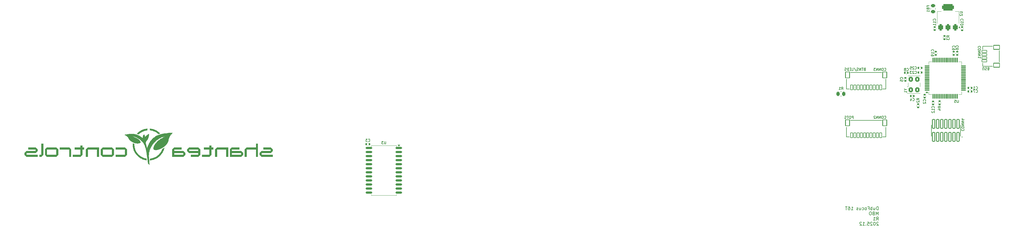
<source format=gbo>
G04 #@! TF.GenerationSoftware,KiCad,Pcbnew,9.0.6*
G04 #@! TF.CreationDate,2025-12-16T13:31:05+01:00*
G04 #@! TF.ProjectId,MBO,4d424f2e-6b69-4636-9164-5f7063625858,rev?*
G04 #@! TF.SameCoordinates,Original*
G04 #@! TF.FileFunction,Legend,Bot*
G04 #@! TF.FilePolarity,Positive*
%FSLAX46Y46*%
G04 Gerber Fmt 4.6, Leading zero omitted, Abs format (unit mm)*
G04 Created by KiCad (PCBNEW 9.0.6) date 2025-12-16 13:31:05*
%MOMM*%
%LPD*%
G01*
G04 APERTURE LIST*
G04 Aperture macros list*
%AMRoundRect*
0 Rectangle with rounded corners*
0 $1 Rounding radius*
0 $2 $3 $4 $5 $6 $7 $8 $9 X,Y pos of 4 corners*
0 Add a 4 corners polygon primitive as box body*
4,1,4,$2,$3,$4,$5,$6,$7,$8,$9,$2,$3,0*
0 Add four circle primitives for the rounded corners*
1,1,$1+$1,$2,$3*
1,1,$1+$1,$4,$5*
1,1,$1+$1,$6,$7*
1,1,$1+$1,$8,$9*
0 Add four rect primitives between the rounded corners*
20,1,$1+$1,$2,$3,$4,$5,0*
20,1,$1+$1,$4,$5,$6,$7,0*
20,1,$1+$1,$6,$7,$8,$9,0*
20,1,$1+$1,$8,$9,$2,$3,0*%
G04 Aperture macros list end*
%ADD10C,0.060000*%
%ADD11C,0.150000*%
%ADD12C,0.120000*%
%ADD13C,0.152400*%
%ADD14C,0.200000*%
%ADD15C,1.962000*%
%ADD16C,2.801600*%
%ADD17C,2.000000*%
%ADD18RoundRect,0.140000X-0.170000X0.140000X-0.170000X-0.140000X0.170000X-0.140000X0.170000X0.140000X0*%
%ADD19RoundRect,0.140000X0.140000X0.170000X-0.140000X0.170000X-0.140000X-0.170000X0.140000X-0.170000X0*%
%ADD20RoundRect,0.140000X0.170000X-0.140000X0.170000X0.140000X-0.170000X0.140000X-0.170000X-0.140000X0*%
%ADD21RoundRect,0.250000X0.450000X-0.262500X0.450000X0.262500X-0.450000X0.262500X-0.450000X-0.262500X0*%
%ADD22RoundRect,0.135000X0.185000X-0.135000X0.185000X0.135000X-0.185000X0.135000X-0.185000X-0.135000X0*%
%ADD23RoundRect,0.102000X0.330200X0.774700X-0.330200X0.774700X-0.330200X-0.774700X0.330200X-0.774700X0*%
%ADD24RoundRect,0.102000X0.647700X0.952500X-0.647700X0.952500X-0.647700X-0.952500X0.647700X-0.952500X0*%
%ADD25RoundRect,0.075000X-0.700000X-0.075000X0.700000X-0.075000X0.700000X0.075000X-0.700000X0.075000X0*%
%ADD26RoundRect,0.075000X-0.075000X-0.700000X0.075000X-0.700000X0.075000X0.700000X-0.075000X0.700000X0*%
%ADD27RoundRect,0.140000X-0.140000X-0.170000X0.140000X-0.170000X0.140000X0.170000X-0.140000X0.170000X0*%
%ADD28RoundRect,0.250000X0.262500X0.450000X-0.262500X0.450000X-0.262500X-0.450000X0.262500X-0.450000X0*%
%ADD29RoundRect,0.102000X0.370000X1.395000X-0.370000X1.395000X-0.370000X-1.395000X0.370000X-1.395000X0*%
%ADD30RoundRect,0.150000X0.875000X0.150000X-0.875000X0.150000X-0.875000X-0.150000X0.875000X-0.150000X0*%
%ADD31RoundRect,0.250000X0.400000X-0.550000X0.400000X0.550000X-0.400000X0.550000X-0.400000X-0.550000X0*%
%ADD32RoundRect,0.375000X0.375000X-0.625000X0.375000X0.625000X-0.375000X0.625000X-0.375000X-0.625000X0*%
%ADD33RoundRect,0.500000X1.400000X-0.500000X1.400000X0.500000X-1.400000X0.500000X-1.400000X-0.500000X0*%
%ADD34RoundRect,0.102000X0.774700X-0.330200X0.774700X0.330200X-0.774700X0.330200X-0.774700X-0.330200X0*%
%ADD35RoundRect,0.102000X0.952500X-0.647700X0.952500X0.647700X-0.952500X0.647700X-0.952500X-0.647700X0*%
G04 APERTURE END LIST*
D10*
X271657142Y-202348410D02*
X271663170Y-202346531D01*
X271669227Y-202344686D01*
X271681312Y-202341018D01*
X271657142Y-202348410D01*
G36*
X271657142Y-202348410D02*
G01*
X271663170Y-202346531D01*
X271669227Y-202344686D01*
X271681312Y-202341018D01*
X271657142Y-202348410D01*
G37*
X271599216Y-202366675D02*
X271541731Y-202385213D01*
X271484710Y-202404073D01*
X271428173Y-202423304D01*
X271484700Y-202404052D01*
X271541704Y-202385157D01*
X271599185Y-202366612D01*
X271657141Y-202348410D01*
X271599216Y-202366675D01*
G36*
X271599216Y-202366675D02*
G01*
X271541731Y-202385213D01*
X271484710Y-202404073D01*
X271428173Y-202423304D01*
X271484700Y-202404052D01*
X271541704Y-202385157D01*
X271599185Y-202366612D01*
X271657141Y-202348410D01*
X271599216Y-202366675D01*
G37*
X284173353Y-208700000D02*
X283593073Y-209278986D01*
X283593073Y-209278985D01*
X281272184Y-209278985D01*
X281272184Y-208700000D01*
X283593073Y-208700000D01*
X283593073Y-208120865D01*
X280691904Y-208120865D01*
X280111625Y-207541880D01*
X280111625Y-206962821D01*
X280691904Y-206962821D01*
X280691904Y-207541880D01*
X283593073Y-207541880D01*
X283593073Y-206962821D01*
X280691904Y-206962821D01*
X280111625Y-206962821D01*
X280691904Y-206383835D01*
X283593073Y-206383835D01*
X284173353Y-206962821D01*
X284173353Y-207541880D01*
X284173353Y-208700000D01*
G36*
X284173353Y-208700000D02*
G01*
X283593073Y-209278986D01*
X283593073Y-209278985D01*
X281272184Y-209278985D01*
X281272184Y-208700000D01*
X283593073Y-208700000D01*
X283593073Y-208120865D01*
X280691904Y-208120865D01*
X280111625Y-207541880D01*
X280111625Y-206962821D01*
X280691904Y-206962821D01*
X280691904Y-207541880D01*
X283593073Y-207541880D01*
X283593073Y-206962821D01*
X280691904Y-206962821D01*
X280111625Y-206962821D01*
X280691904Y-206383835D01*
X283593073Y-206383835D01*
X284173353Y-206962821D01*
X284173353Y-207541880D01*
X284173353Y-208700000D01*
G37*
X292877082Y-209278986D02*
X292296804Y-209278986D01*
X292296804Y-206962821D01*
X289395635Y-206962821D01*
X289395635Y-209278986D01*
X288815281Y-209278986D01*
X288815281Y-206962821D01*
X289395635Y-206383835D01*
X292877082Y-206383835D01*
X292877082Y-209278986D01*
G36*
X292877082Y-209278986D02*
G01*
X292296804Y-209278986D01*
X292296804Y-206962821D01*
X289395635Y-206962821D01*
X289395635Y-209278986D01*
X288815281Y-209278986D01*
X288815281Y-206962821D01*
X289395635Y-206383835D01*
X292877082Y-206383835D01*
X292877082Y-209278986D01*
G37*
X302161018Y-209278985D02*
X301580739Y-209278985D01*
X301580739Y-206962820D01*
X298679571Y-206962820D01*
X298679571Y-209278985D01*
X298099292Y-209278985D01*
X298099292Y-206962820D01*
X298679571Y-206383835D01*
X301580739Y-206383835D01*
X301580739Y-205225790D01*
X302161018Y-205225790D01*
X302161018Y-209278985D01*
G36*
X302161018Y-209278985D02*
G01*
X301580739Y-209278985D01*
X301580739Y-206962820D01*
X298679571Y-206962820D01*
X298679571Y-209278985D01*
X298099292Y-209278985D01*
X298099292Y-206962820D01*
X298679571Y-206383835D01*
X301580739Y-206383835D01*
X301580739Y-205225790D01*
X302161018Y-205225790D01*
X302161018Y-209278985D01*
G37*
X264795167Y-202571486D02*
X264896016Y-202618257D01*
X264996248Y-202667485D01*
X265095916Y-202719178D01*
X265195072Y-202773341D01*
X265293769Y-202829981D01*
X265392060Y-202889102D01*
X265489997Y-202950711D01*
X265587634Y-203014814D01*
X265685023Y-203081417D01*
X265782216Y-203150526D01*
X265879267Y-203222146D01*
X266073153Y-203372944D01*
X266267101Y-203533860D01*
X266292662Y-203155766D01*
X266299876Y-203074161D01*
X266309131Y-202996862D01*
X266321285Y-202923440D01*
X266337193Y-202853464D01*
X266357712Y-202786505D01*
X266383698Y-202722131D01*
X266399008Y-202690780D01*
X266416006Y-202659914D01*
X266434800Y-202629479D01*
X266455495Y-202599422D01*
X266478198Y-202569689D01*
X266503018Y-202540225D01*
X266530061Y-202510979D01*
X266559434Y-202481894D01*
X266591244Y-202452919D01*
X266625597Y-202423998D01*
X266702365Y-202366107D01*
X266962086Y-203216590D01*
X267076862Y-203072724D01*
X267201460Y-202924187D01*
X267267513Y-202849571D01*
X267336107Y-202775472D01*
X267407269Y-202702452D01*
X267481028Y-202631071D01*
X267557412Y-202561892D01*
X267636451Y-202495476D01*
X267718171Y-202432385D01*
X267802601Y-202373180D01*
X267889770Y-202318422D01*
X267979706Y-202268675D01*
X268072437Y-202224498D01*
X268119860Y-202204674D01*
X268167992Y-202186453D01*
X268162319Y-202387868D01*
X268149457Y-202575231D01*
X268129981Y-202749317D01*
X268104465Y-202910896D01*
X268073484Y-203060744D01*
X268037612Y-203199632D01*
X267997424Y-203328333D01*
X267953494Y-203447621D01*
X267906397Y-203558269D01*
X267856707Y-203661049D01*
X267751848Y-203846098D01*
X267643513Y-204008953D01*
X267536298Y-204155798D01*
X267434800Y-204292816D01*
X267343614Y-204426192D01*
X267267336Y-204562108D01*
X267236225Y-204632952D01*
X267210564Y-204706750D01*
X267190929Y-204784275D01*
X267177893Y-204866300D01*
X267172032Y-204953598D01*
X267173919Y-205046943D01*
X267184131Y-205147107D01*
X267203240Y-205254862D01*
X267231821Y-205370983D01*
X267270450Y-205496242D01*
X267317638Y-205646246D01*
X267359078Y-205796657D01*
X267396274Y-205947913D01*
X267430730Y-206100447D01*
X267497443Y-206411097D01*
X267532710Y-206570084D01*
X267571255Y-206732093D01*
X267724958Y-206308418D01*
X267886532Y-205907885D01*
X268056786Y-205529946D01*
X268236530Y-205174053D01*
X268426572Y-204839656D01*
X268627723Y-204526209D01*
X268840791Y-204233163D01*
X269066585Y-203959969D01*
X269305914Y-203706079D01*
X269559588Y-203470945D01*
X269828416Y-203254018D01*
X270113206Y-203054750D01*
X270414768Y-202872593D01*
X270733911Y-202706999D01*
X271071445Y-202557418D01*
X271428178Y-202423304D01*
X271484715Y-202404073D01*
X271541736Y-202385213D01*
X271599220Y-202366675D01*
X271657146Y-202348410D01*
X271681316Y-202341018D01*
X271738481Y-202323667D01*
X271796073Y-202306596D01*
X271854127Y-202289860D01*
X271912679Y-202273517D01*
X272293297Y-202177786D01*
X272693331Y-202094256D01*
X273113494Y-202022489D01*
X273554501Y-201962044D01*
X274017065Y-201912480D01*
X274501899Y-201873359D01*
X275009719Y-201844239D01*
X275541237Y-201824680D01*
X275539599Y-201827480D01*
X275537889Y-201830159D01*
X275536111Y-201832730D01*
X275534273Y-201835204D01*
X275530436Y-201839909D01*
X275526424Y-201844369D01*
X275509557Y-201861614D01*
X275505366Y-201866245D01*
X275501280Y-201871190D01*
X275499289Y-201873811D01*
X275497342Y-201876545D01*
X275495445Y-201879404D01*
X275493601Y-201882401D01*
X275491819Y-201885546D01*
X275490103Y-201888853D01*
X275488459Y-201892331D01*
X275486893Y-201895993D01*
X275485411Y-201899851D01*
X275484019Y-201903916D01*
X275482722Y-201908201D01*
X275481526Y-201912715D01*
X274973079Y-202497226D01*
X274903514Y-202588445D01*
X274839617Y-202677448D01*
X274727541Y-202849317D01*
X274634272Y-203013851D01*
X274557233Y-203172070D01*
X274493845Y-203324989D01*
X274441531Y-203473628D01*
X274397712Y-203619003D01*
X274359812Y-203762133D01*
X274291453Y-204045727D01*
X274255839Y-204188228D01*
X274215831Y-204332553D01*
X274168851Y-204479723D01*
X274112322Y-204630753D01*
X274043666Y-204786662D01*
X273960304Y-204948468D01*
X273920433Y-205017865D01*
X273877917Y-205087131D01*
X273832826Y-205156212D01*
X273785229Y-205225052D01*
X273735194Y-205293593D01*
X273682790Y-205361780D01*
X273628086Y-205429557D01*
X273571150Y-205496867D01*
X273512053Y-205563656D01*
X273450862Y-205629865D01*
X273387646Y-205695441D01*
X273322474Y-205760325D01*
X273255415Y-205824463D01*
X273186538Y-205887797D01*
X273115912Y-205950273D01*
X273043605Y-206011833D01*
X272980533Y-206063644D01*
X272916320Y-206114673D01*
X272851003Y-206164894D01*
X272784621Y-206214280D01*
X272717212Y-206262805D01*
X272648812Y-206310442D01*
X272579461Y-206357166D01*
X272509196Y-206402950D01*
X272348627Y-206501985D01*
X272184235Y-206595631D01*
X272016464Y-206683461D01*
X271845757Y-206765050D01*
X271759440Y-206803370D01*
X271672555Y-206839970D01*
X271585158Y-206874797D01*
X271497303Y-206907798D01*
X271409046Y-206938918D01*
X271320442Y-206968105D01*
X271231547Y-206995305D01*
X271142416Y-207020466D01*
X271009320Y-207054866D01*
X270883396Y-207084238D01*
X270764487Y-207108716D01*
X270652436Y-207128437D01*
X270547083Y-207143538D01*
X270448272Y-207154156D01*
X270355844Y-207160426D01*
X270269642Y-207162486D01*
X270152881Y-207158066D01*
X270049021Y-207145100D01*
X269957560Y-207124031D01*
X269877996Y-207095304D01*
X269809827Y-207059361D01*
X269752550Y-207016645D01*
X269705662Y-206967601D01*
X269668661Y-206912670D01*
X269641046Y-206852296D01*
X269622313Y-206786923D01*
X269611960Y-206716993D01*
X269609486Y-206642951D01*
X269614386Y-206565238D01*
X269626160Y-206484299D01*
X269644305Y-206400577D01*
X269668317Y-206314514D01*
X269697696Y-206226555D01*
X269731939Y-206137142D01*
X269770543Y-206046719D01*
X269813006Y-205955728D01*
X269907499Y-205773819D01*
X270011399Y-205594961D01*
X270120688Y-205422698D01*
X270231346Y-205260579D01*
X270339354Y-205112147D01*
X270440694Y-204980950D01*
X270618573Y-204769915D01*
X270800905Y-204576195D01*
X270986694Y-204398436D01*
X271174940Y-204235283D01*
X271364646Y-204085380D01*
X271554813Y-203947374D01*
X271744443Y-203819909D01*
X271932538Y-203701632D01*
X272300130Y-203487220D01*
X272649603Y-203293300D01*
X272972971Y-203109035D01*
X273122370Y-203017137D01*
X273262249Y-202923588D01*
X273037282Y-202957228D01*
X272811069Y-203004620D01*
X272584150Y-203065382D01*
X272357066Y-203139128D01*
X272130359Y-203225475D01*
X271904570Y-203324040D01*
X271680238Y-203434439D01*
X271457907Y-203556289D01*
X271238115Y-203689204D01*
X271021405Y-203832803D01*
X270808318Y-203986701D01*
X270599394Y-204150514D01*
X270395174Y-204323858D01*
X270196199Y-204506351D01*
X270003011Y-204697608D01*
X269816150Y-204897246D01*
X269636157Y-205104880D01*
X269463574Y-205320128D01*
X269298941Y-205542605D01*
X269142799Y-205771928D01*
X268995690Y-206007713D01*
X268858154Y-206249577D01*
X268730731Y-206497135D01*
X268613965Y-206750004D01*
X268508394Y-207007801D01*
X268414560Y-207270141D01*
X268333005Y-207536641D01*
X268264269Y-207806917D01*
X268208893Y-208080586D01*
X268167418Y-208357263D01*
X268140385Y-208636566D01*
X268128336Y-208918110D01*
X268133068Y-209121972D01*
X268149558Y-209436194D01*
X268206305Y-210257648D01*
X268218726Y-210409852D01*
X268275566Y-211106333D01*
X268334334Y-211706110D01*
X267900117Y-211404372D01*
X267738100Y-209947127D01*
X268155119Y-209947127D01*
X268166727Y-210175727D01*
X268180635Y-210410375D01*
X268195000Y-210409852D01*
X268185007Y-210291263D01*
X268175891Y-210174831D01*
X268167630Y-210060190D01*
X268160205Y-209946977D01*
X268155119Y-209947127D01*
X267738100Y-209947127D01*
X267735288Y-209921835D01*
X267625104Y-209069928D01*
X267489611Y-208192343D01*
X267323712Y-207325140D01*
X267227767Y-206906700D01*
X267122309Y-206504377D01*
X267006700Y-206122680D01*
X266880305Y-205766116D01*
X266742484Y-205439193D01*
X266592603Y-205146417D01*
X266543615Y-205065359D01*
X266487373Y-204981455D01*
X266354221Y-204806444D01*
X266195341Y-204624060D01*
X266012928Y-204436980D01*
X265809180Y-204247877D01*
X265586291Y-204059430D01*
X265346456Y-203874312D01*
X265091872Y-203695201D01*
X264824733Y-203524772D01*
X264547237Y-203365701D01*
X264261577Y-203220664D01*
X264116372Y-203154244D01*
X263969950Y-203092336D01*
X263822585Y-203035274D01*
X263674551Y-202983393D01*
X263526123Y-202937028D01*
X263377576Y-202896512D01*
X263229184Y-202862181D01*
X263081221Y-202834368D01*
X262933961Y-202813409D01*
X262787680Y-202799637D01*
X264338017Y-203499894D01*
X264576475Y-203632536D01*
X264802549Y-203775983D01*
X265009544Y-203930471D01*
X265103795Y-204011927D01*
X265190767Y-204096232D01*
X265269623Y-204183414D01*
X265339526Y-204273503D01*
X265399640Y-204366527D01*
X265449127Y-204462516D01*
X265487151Y-204561500D01*
X265512876Y-204663508D01*
X265525465Y-204768568D01*
X265524081Y-204876711D01*
X265469597Y-204905495D01*
X265414450Y-204932121D01*
X265358680Y-204956630D01*
X265302324Y-204979064D01*
X265245420Y-204999465D01*
X265188007Y-205017873D01*
X265130122Y-205034331D01*
X265071804Y-205048880D01*
X265013090Y-205061562D01*
X264954019Y-205072418D01*
X264894629Y-205081490D01*
X264834957Y-205088819D01*
X264775042Y-205094447D01*
X264714921Y-205098416D01*
X264654634Y-205100766D01*
X264594217Y-205101541D01*
X264532590Y-205100744D01*
X264470920Y-205098385D01*
X264409247Y-205094511D01*
X264347609Y-205089166D01*
X264286046Y-205082398D01*
X264224598Y-205074253D01*
X264102202Y-205054014D01*
X263980735Y-205028818D01*
X263860513Y-204999036D01*
X263741851Y-204965036D01*
X263625063Y-204927188D01*
X263570422Y-204908020D01*
X263516309Y-204888145D01*
X263462773Y-204867556D01*
X263409863Y-204846247D01*
X263407630Y-204845338D01*
X263405411Y-204844408D01*
X263400955Y-204842513D01*
X263348185Y-204820144D01*
X263296087Y-204797180D01*
X263244719Y-204773641D01*
X263194138Y-204749550D01*
X263097987Y-204701169D01*
X263005124Y-204651193D01*
X262915822Y-204599903D01*
X262830351Y-204547579D01*
X262748984Y-204494503D01*
X262671993Y-204440955D01*
X262599650Y-204387216D01*
X262532225Y-204333568D01*
X262450286Y-204264568D01*
X262377803Y-204200482D01*
X262313611Y-204140339D01*
X262256544Y-204083167D01*
X262205437Y-204027994D01*
X262159123Y-203973849D01*
X262116437Y-203919761D01*
X262076212Y-203864757D01*
X262037284Y-203807867D01*
X261998486Y-203748119D01*
X261916617Y-203616162D01*
X261821279Y-203461115D01*
X261765645Y-203372504D01*
X261703146Y-203275206D01*
X261669502Y-203224791D01*
X261636495Y-203177849D01*
X261604069Y-203134186D01*
X261572172Y-203093608D01*
X261540749Y-203055923D01*
X261509746Y-203020936D01*
X261479110Y-202988454D01*
X261448785Y-202958285D01*
X261418717Y-202930234D01*
X261388854Y-202904109D01*
X261329522Y-202856862D01*
X261270355Y-202814997D01*
X261210922Y-202776966D01*
X260961862Y-202632258D01*
X260894602Y-202590201D01*
X260824479Y-202542699D01*
X260751059Y-202488204D01*
X260673911Y-202425171D01*
X260960308Y-202360596D01*
X261238228Y-202304589D01*
X261508034Y-202257161D01*
X261770087Y-202218328D01*
X262024750Y-202188101D01*
X262272385Y-202166495D01*
X262513354Y-202153521D01*
X262748019Y-202149194D01*
X262946444Y-202152485D01*
X263140619Y-202162351D01*
X263330787Y-202178777D01*
X263517188Y-202201752D01*
X263700065Y-202231261D01*
X263879657Y-202267291D01*
X264056207Y-202309830D01*
X264229956Y-202358865D01*
X264288868Y-202377180D01*
X264347492Y-202396282D01*
X264405835Y-202416166D01*
X264463905Y-202436828D01*
X264521712Y-202458264D01*
X264579266Y-202480469D01*
X264636576Y-202503438D01*
X264693652Y-202527169D01*
X264693651Y-202527170D01*
X264693648Y-202527169D01*
X264692898Y-202527915D01*
X264635824Y-202504242D01*
X264578506Y-202481326D01*
X264520939Y-202459172D01*
X264463114Y-202437781D01*
X264405022Y-202417157D01*
X264346655Y-202397302D01*
X264288004Y-202378219D01*
X264229059Y-202359910D01*
X264229170Y-202359795D01*
X264229282Y-202359674D01*
X264229394Y-202359547D01*
X264229506Y-202359416D01*
X264229730Y-202359144D01*
X264229956Y-202358865D01*
X264229951Y-202358864D01*
X264229726Y-202359143D01*
X264229613Y-202359280D01*
X264229501Y-202359415D01*
X264229389Y-202359546D01*
X264229277Y-202359673D01*
X264229166Y-202359794D01*
X264229054Y-202359909D01*
X264287998Y-202378218D01*
X264346648Y-202397301D01*
X264405015Y-202417156D01*
X264463106Y-202437780D01*
X264520931Y-202459171D01*
X264578499Y-202481325D01*
X264635818Y-202504241D01*
X264692897Y-202527915D01*
X264692902Y-202527916D01*
X264692900Y-202527915D01*
X264692902Y-202527915D01*
X264693651Y-202527170D01*
X264695360Y-202527916D01*
X264795167Y-202571486D01*
G36*
X264795167Y-202571486D02*
G01*
X264896016Y-202618257D01*
X264996248Y-202667485D01*
X265095916Y-202719178D01*
X265195072Y-202773341D01*
X265293769Y-202829981D01*
X265392060Y-202889102D01*
X265489997Y-202950711D01*
X265587634Y-203014814D01*
X265685023Y-203081417D01*
X265782216Y-203150526D01*
X265879267Y-203222146D01*
X266073153Y-203372944D01*
X266267101Y-203533860D01*
X266292662Y-203155766D01*
X266299876Y-203074161D01*
X266309131Y-202996862D01*
X266321285Y-202923440D01*
X266337193Y-202853464D01*
X266357712Y-202786505D01*
X266383698Y-202722131D01*
X266399008Y-202690780D01*
X266416006Y-202659914D01*
X266434800Y-202629479D01*
X266455495Y-202599422D01*
X266478198Y-202569689D01*
X266503018Y-202540225D01*
X266530061Y-202510979D01*
X266559434Y-202481894D01*
X266591244Y-202452919D01*
X266625597Y-202423998D01*
X266702365Y-202366107D01*
X266962086Y-203216590D01*
X267076862Y-203072724D01*
X267201460Y-202924187D01*
X267267513Y-202849571D01*
X267336107Y-202775472D01*
X267407269Y-202702452D01*
X267481028Y-202631071D01*
X267557412Y-202561892D01*
X267636451Y-202495476D01*
X267718171Y-202432385D01*
X267802601Y-202373180D01*
X267889770Y-202318422D01*
X267979706Y-202268675D01*
X268072437Y-202224498D01*
X268119860Y-202204674D01*
X268167992Y-202186453D01*
X268162319Y-202387868D01*
X268149457Y-202575231D01*
X268129981Y-202749317D01*
X268104465Y-202910896D01*
X268073484Y-203060744D01*
X268037612Y-203199632D01*
X267997424Y-203328333D01*
X267953494Y-203447621D01*
X267906397Y-203558269D01*
X267856707Y-203661049D01*
X267751848Y-203846098D01*
X267643513Y-204008953D01*
X267536298Y-204155798D01*
X267434800Y-204292816D01*
X267343614Y-204426192D01*
X267267336Y-204562108D01*
X267236225Y-204632952D01*
X267210564Y-204706750D01*
X267190929Y-204784275D01*
X267177893Y-204866300D01*
X267172032Y-204953598D01*
X267173919Y-205046943D01*
X267184131Y-205147107D01*
X267203240Y-205254862D01*
X267231821Y-205370983D01*
X267270450Y-205496242D01*
X267317638Y-205646246D01*
X267359078Y-205796657D01*
X267396274Y-205947913D01*
X267430730Y-206100447D01*
X267497443Y-206411097D01*
X267532710Y-206570084D01*
X267571255Y-206732093D01*
X267724958Y-206308418D01*
X267886532Y-205907885D01*
X268056786Y-205529946D01*
X268236530Y-205174053D01*
X268426572Y-204839656D01*
X268627723Y-204526209D01*
X268840791Y-204233163D01*
X269066585Y-203959969D01*
X269305914Y-203706079D01*
X269559588Y-203470945D01*
X269828416Y-203254018D01*
X270113206Y-203054750D01*
X270414768Y-202872593D01*
X270733911Y-202706999D01*
X271071445Y-202557418D01*
X271428178Y-202423304D01*
X271484715Y-202404073D01*
X271541736Y-202385213D01*
X271599220Y-202366675D01*
X271657146Y-202348410D01*
X271681316Y-202341018D01*
X271738481Y-202323667D01*
X271796073Y-202306596D01*
X271854127Y-202289860D01*
X271912679Y-202273517D01*
X272293297Y-202177786D01*
X272693331Y-202094256D01*
X273113494Y-202022489D01*
X273554501Y-201962044D01*
X274017065Y-201912480D01*
X274501899Y-201873359D01*
X275009719Y-201844239D01*
X275541237Y-201824680D01*
X275539599Y-201827480D01*
X275537889Y-201830159D01*
X275536111Y-201832730D01*
X275534273Y-201835204D01*
X275530436Y-201839909D01*
X275526424Y-201844369D01*
X275509557Y-201861614D01*
X275505366Y-201866245D01*
X275501280Y-201871190D01*
X275499289Y-201873811D01*
X275497342Y-201876545D01*
X275495445Y-201879404D01*
X275493601Y-201882401D01*
X275491819Y-201885546D01*
X275490103Y-201888853D01*
X275488459Y-201892331D01*
X275486893Y-201895993D01*
X275485411Y-201899851D01*
X275484019Y-201903916D01*
X275482722Y-201908201D01*
X275481526Y-201912715D01*
X274973079Y-202497226D01*
X274903514Y-202588445D01*
X274839617Y-202677448D01*
X274727541Y-202849317D01*
X274634272Y-203013851D01*
X274557233Y-203172070D01*
X274493845Y-203324989D01*
X274441531Y-203473628D01*
X274397712Y-203619003D01*
X274359812Y-203762133D01*
X274291453Y-204045727D01*
X274255839Y-204188228D01*
X274215831Y-204332553D01*
X274168851Y-204479723D01*
X274112322Y-204630753D01*
X274043666Y-204786662D01*
X273960304Y-204948468D01*
X273920433Y-205017865D01*
X273877917Y-205087131D01*
X273832826Y-205156212D01*
X273785229Y-205225052D01*
X273735194Y-205293593D01*
X273682790Y-205361780D01*
X273628086Y-205429557D01*
X273571150Y-205496867D01*
X273512053Y-205563656D01*
X273450862Y-205629865D01*
X273387646Y-205695441D01*
X273322474Y-205760325D01*
X273255415Y-205824463D01*
X273186538Y-205887797D01*
X273115912Y-205950273D01*
X273043605Y-206011833D01*
X272980533Y-206063644D01*
X272916320Y-206114673D01*
X272851003Y-206164894D01*
X272784621Y-206214280D01*
X272717212Y-206262805D01*
X272648812Y-206310442D01*
X272579461Y-206357166D01*
X272509196Y-206402950D01*
X272348627Y-206501985D01*
X272184235Y-206595631D01*
X272016464Y-206683461D01*
X271845757Y-206765050D01*
X271759440Y-206803370D01*
X271672555Y-206839970D01*
X271585158Y-206874797D01*
X271497303Y-206907798D01*
X271409046Y-206938918D01*
X271320442Y-206968105D01*
X271231547Y-206995305D01*
X271142416Y-207020466D01*
X271009320Y-207054866D01*
X270883396Y-207084238D01*
X270764487Y-207108716D01*
X270652436Y-207128437D01*
X270547083Y-207143538D01*
X270448272Y-207154156D01*
X270355844Y-207160426D01*
X270269642Y-207162486D01*
X270152881Y-207158066D01*
X270049021Y-207145100D01*
X269957560Y-207124031D01*
X269877996Y-207095304D01*
X269809827Y-207059361D01*
X269752550Y-207016645D01*
X269705662Y-206967601D01*
X269668661Y-206912670D01*
X269641046Y-206852296D01*
X269622313Y-206786923D01*
X269611960Y-206716993D01*
X269609486Y-206642951D01*
X269614386Y-206565238D01*
X269626160Y-206484299D01*
X269644305Y-206400577D01*
X269668317Y-206314514D01*
X269697696Y-206226555D01*
X269731939Y-206137142D01*
X269770543Y-206046719D01*
X269813006Y-205955728D01*
X269907499Y-205773819D01*
X270011399Y-205594961D01*
X270120688Y-205422698D01*
X270231346Y-205260579D01*
X270339354Y-205112147D01*
X270440694Y-204980950D01*
X270618573Y-204769915D01*
X270800905Y-204576195D01*
X270986694Y-204398436D01*
X271174940Y-204235283D01*
X271364646Y-204085380D01*
X271554813Y-203947374D01*
X271744443Y-203819909D01*
X271932538Y-203701632D01*
X272300130Y-203487220D01*
X272649603Y-203293300D01*
X272972971Y-203109035D01*
X273122370Y-203017137D01*
X273262249Y-202923588D01*
X273037282Y-202957228D01*
X272811069Y-203004620D01*
X272584150Y-203065382D01*
X272357066Y-203139128D01*
X272130359Y-203225475D01*
X271904570Y-203324040D01*
X271680238Y-203434439D01*
X271457907Y-203556289D01*
X271238115Y-203689204D01*
X271021405Y-203832803D01*
X270808318Y-203986701D01*
X270599394Y-204150514D01*
X270395174Y-204323858D01*
X270196199Y-204506351D01*
X270003011Y-204697608D01*
X269816150Y-204897246D01*
X269636157Y-205104880D01*
X269463574Y-205320128D01*
X269298941Y-205542605D01*
X269142799Y-205771928D01*
X268995690Y-206007713D01*
X268858154Y-206249577D01*
X268730731Y-206497135D01*
X268613965Y-206750004D01*
X268508394Y-207007801D01*
X268414560Y-207270141D01*
X268333005Y-207536641D01*
X268264269Y-207806917D01*
X268208893Y-208080586D01*
X268167418Y-208357263D01*
X268140385Y-208636566D01*
X268128336Y-208918110D01*
X268133068Y-209121972D01*
X268149558Y-209436194D01*
X268206305Y-210257648D01*
X268218726Y-210409852D01*
X268275566Y-211106333D01*
X268334334Y-211706110D01*
X267900117Y-211404372D01*
X267738100Y-209947127D01*
X268155119Y-209947127D01*
X268166727Y-210175727D01*
X268180635Y-210410375D01*
X268195000Y-210409852D01*
X268185007Y-210291263D01*
X268175891Y-210174831D01*
X268167630Y-210060190D01*
X268160205Y-209946977D01*
X268155119Y-209947127D01*
X267738100Y-209947127D01*
X267735288Y-209921835D01*
X267625104Y-209069928D01*
X267489611Y-208192343D01*
X267323712Y-207325140D01*
X267227767Y-206906700D01*
X267122309Y-206504377D01*
X267006700Y-206122680D01*
X266880305Y-205766116D01*
X266742484Y-205439193D01*
X266592603Y-205146417D01*
X266543615Y-205065359D01*
X266487373Y-204981455D01*
X266354221Y-204806444D01*
X266195341Y-204624060D01*
X266012928Y-204436980D01*
X265809180Y-204247877D01*
X265586291Y-204059430D01*
X265346456Y-203874312D01*
X265091872Y-203695201D01*
X264824733Y-203524772D01*
X264547237Y-203365701D01*
X264261577Y-203220664D01*
X264116372Y-203154244D01*
X263969950Y-203092336D01*
X263822585Y-203035274D01*
X263674551Y-202983393D01*
X263526123Y-202937028D01*
X263377576Y-202896512D01*
X263229184Y-202862181D01*
X263081221Y-202834368D01*
X262933961Y-202813409D01*
X262787680Y-202799637D01*
X264338017Y-203499894D01*
X264576475Y-203632536D01*
X264802549Y-203775983D01*
X265009544Y-203930471D01*
X265103795Y-204011927D01*
X265190767Y-204096232D01*
X265269623Y-204183414D01*
X265339526Y-204273503D01*
X265399640Y-204366527D01*
X265449127Y-204462516D01*
X265487151Y-204561500D01*
X265512876Y-204663508D01*
X265525465Y-204768568D01*
X265524081Y-204876711D01*
X265469597Y-204905495D01*
X265414450Y-204932121D01*
X265358680Y-204956630D01*
X265302324Y-204979064D01*
X265245420Y-204999465D01*
X265188007Y-205017873D01*
X265130122Y-205034331D01*
X265071804Y-205048880D01*
X265013090Y-205061562D01*
X264954019Y-205072418D01*
X264894629Y-205081490D01*
X264834957Y-205088819D01*
X264775042Y-205094447D01*
X264714921Y-205098416D01*
X264654634Y-205100766D01*
X264594217Y-205101541D01*
X264532590Y-205100744D01*
X264470920Y-205098385D01*
X264409247Y-205094511D01*
X264347609Y-205089166D01*
X264286046Y-205082398D01*
X264224598Y-205074253D01*
X264102202Y-205054014D01*
X263980735Y-205028818D01*
X263860513Y-204999036D01*
X263741851Y-204965036D01*
X263625063Y-204927188D01*
X263570422Y-204908020D01*
X263516309Y-204888145D01*
X263462773Y-204867556D01*
X263409863Y-204846247D01*
X263407630Y-204845338D01*
X263405411Y-204844408D01*
X263400955Y-204842513D01*
X263348185Y-204820144D01*
X263296087Y-204797180D01*
X263244719Y-204773641D01*
X263194138Y-204749550D01*
X263097987Y-204701169D01*
X263005124Y-204651193D01*
X262915822Y-204599903D01*
X262830351Y-204547579D01*
X262748984Y-204494503D01*
X262671993Y-204440955D01*
X262599650Y-204387216D01*
X262532225Y-204333568D01*
X262450286Y-204264568D01*
X262377803Y-204200482D01*
X262313611Y-204140339D01*
X262256544Y-204083167D01*
X262205437Y-204027994D01*
X262159123Y-203973849D01*
X262116437Y-203919761D01*
X262076212Y-203864757D01*
X262037284Y-203807867D01*
X261998486Y-203748119D01*
X261916617Y-203616162D01*
X261821279Y-203461115D01*
X261765645Y-203372504D01*
X261703146Y-203275206D01*
X261669502Y-203224791D01*
X261636495Y-203177849D01*
X261604069Y-203134186D01*
X261572172Y-203093608D01*
X261540749Y-203055923D01*
X261509746Y-203020936D01*
X261479110Y-202988454D01*
X261448785Y-202958285D01*
X261418717Y-202930234D01*
X261388854Y-202904109D01*
X261329522Y-202856862D01*
X261270355Y-202814997D01*
X261210922Y-202776966D01*
X260961862Y-202632258D01*
X260894602Y-202590201D01*
X260824479Y-202542699D01*
X260751059Y-202488204D01*
X260673911Y-202425171D01*
X260960308Y-202360596D01*
X261238228Y-202304589D01*
X261508034Y-202257161D01*
X261770087Y-202218328D01*
X262024750Y-202188101D01*
X262272385Y-202166495D01*
X262513354Y-202153521D01*
X262748019Y-202149194D01*
X262946444Y-202152485D01*
X263140619Y-202162351D01*
X263330787Y-202178777D01*
X263517188Y-202201752D01*
X263700065Y-202231261D01*
X263879657Y-202267291D01*
X264056207Y-202309830D01*
X264229956Y-202358865D01*
X264288868Y-202377180D01*
X264347492Y-202396282D01*
X264405835Y-202416166D01*
X264463905Y-202436828D01*
X264521712Y-202458264D01*
X264579266Y-202480469D01*
X264636576Y-202503438D01*
X264693652Y-202527169D01*
X264693651Y-202527170D01*
X264693648Y-202527169D01*
X264692898Y-202527915D01*
X264635824Y-202504242D01*
X264578506Y-202481326D01*
X264520939Y-202459172D01*
X264463114Y-202437781D01*
X264405022Y-202417157D01*
X264346655Y-202397302D01*
X264288004Y-202378219D01*
X264229059Y-202359910D01*
X264229170Y-202359795D01*
X264229282Y-202359674D01*
X264229394Y-202359547D01*
X264229506Y-202359416D01*
X264229730Y-202359144D01*
X264229956Y-202358865D01*
X264229951Y-202358864D01*
X264229726Y-202359143D01*
X264229613Y-202359280D01*
X264229501Y-202359415D01*
X264229389Y-202359546D01*
X264229277Y-202359673D01*
X264229166Y-202359794D01*
X264229054Y-202359909D01*
X264287998Y-202378218D01*
X264346648Y-202397301D01*
X264405015Y-202417156D01*
X264463106Y-202437780D01*
X264520931Y-202459171D01*
X264578499Y-202481325D01*
X264635818Y-202504241D01*
X264692897Y-202527915D01*
X264692902Y-202527916D01*
X264692900Y-202527915D01*
X264692902Y-202527915D01*
X264693651Y-202527170D01*
X264695360Y-202527916D01*
X264795167Y-202571486D01*
G37*
X252622214Y-209278986D02*
X252041934Y-209278986D01*
X252041934Y-206962821D01*
X249140765Y-206962821D01*
X249140765Y-209278986D01*
X248560486Y-209278986D01*
X248560486Y-206962821D01*
X249140765Y-206383835D01*
X252622214Y-206383835D01*
X252622214Y-209278986D01*
G36*
X252622214Y-209278986D02*
G01*
X252041934Y-209278986D01*
X252041934Y-206962821D01*
X249140765Y-206962821D01*
X249140765Y-209278986D01*
X248560486Y-209278986D01*
X248560486Y-206962821D01*
X249140765Y-206383835D01*
X252622214Y-206383835D01*
X252622214Y-209278986D01*
G37*
X263409854Y-204846246D02*
X263407618Y-204845337D01*
X263407621Y-204845337D01*
X263409854Y-204846246D01*
G36*
X263409854Y-204846246D02*
G01*
X263407618Y-204845337D01*
X263407621Y-204845337D01*
X263409854Y-204846246D01*
G37*
X263405402Y-204844407D02*
X263405398Y-204844407D01*
X263400947Y-204842513D01*
X263405402Y-204844407D01*
G36*
X263405402Y-204844407D02*
G01*
X263405398Y-204844407D01*
X263400947Y-204842513D01*
X263405402Y-204844407D01*
G37*
X287654800Y-206383835D02*
X288235080Y-206383835D01*
X288235080Y-206962821D01*
X287654800Y-206962821D01*
X287654800Y-208700000D01*
X287074597Y-209278986D01*
X284753555Y-209278986D01*
X284753555Y-208700000D01*
X287074597Y-208700000D01*
X287074597Y-206962821D01*
X285333834Y-206962821D01*
X285333834Y-206383835D01*
X287074597Y-206383835D01*
X287074597Y-205804850D01*
X287654800Y-205804850D01*
X287654800Y-206383835D01*
G36*
X287654800Y-206383835D02*
G01*
X288235080Y-206383835D01*
X288235080Y-206962821D01*
X287654800Y-206962821D01*
X287654800Y-208700000D01*
X287074597Y-209278986D01*
X284753555Y-209278986D01*
X284753555Y-208700000D01*
X287074597Y-208700000D01*
X287074597Y-206962821D01*
X285333834Y-206962821D01*
X285333834Y-206383835D01*
X287074597Y-206383835D01*
X287074597Y-205804850D01*
X287654800Y-205804850D01*
X287654800Y-206383835D01*
G37*
X247400000Y-206383835D02*
X247980280Y-206383835D01*
X247980280Y-206962821D01*
X247400000Y-206962821D01*
X247400000Y-208700000D01*
X246819725Y-209278986D01*
X244498758Y-209278986D01*
X244498758Y-208700000D01*
X246819725Y-208700000D01*
X246819725Y-206962821D01*
X245079037Y-206962821D01*
X245079037Y-206383835D01*
X246819725Y-206383835D01*
X246819725Y-205804850D01*
X247400000Y-205804850D01*
X247400000Y-206383835D01*
G36*
X247400000Y-206383835D02*
G01*
X247980280Y-206383835D01*
X247980280Y-206962821D01*
X247400000Y-206962821D01*
X247400000Y-208700000D01*
X246819725Y-209278986D01*
X244498758Y-209278986D01*
X244498758Y-208700000D01*
X246819725Y-208700000D01*
X246819725Y-206962821D01*
X245079037Y-206962821D01*
X245079037Y-206383835D01*
X246819725Y-206383835D01*
X246819725Y-205804850D01*
X247400000Y-205804850D01*
X247400000Y-206383835D01*
G37*
X268754876Y-200538607D02*
X268978821Y-200573116D01*
X269199358Y-200617523D01*
X269416256Y-200671588D01*
X269629283Y-200735070D01*
X269838207Y-200807729D01*
X270042798Y-200889326D01*
X270242822Y-200979620D01*
X270438049Y-201078372D01*
X270628247Y-201185340D01*
X270813185Y-201300286D01*
X270992631Y-201422968D01*
X271166352Y-201553147D01*
X271334119Y-201690583D01*
X271495698Y-201835036D01*
X271650859Y-201986265D01*
X271523342Y-202025251D01*
X271398441Y-202065862D01*
X271275911Y-202107985D01*
X271155508Y-202151508D01*
X271020780Y-202032363D01*
X270881364Y-201918565D01*
X270737422Y-201810280D01*
X270589115Y-201707675D01*
X270436605Y-201610915D01*
X270280053Y-201520167D01*
X270119621Y-201435597D01*
X269955470Y-201357372D01*
X269787761Y-201285658D01*
X269616657Y-201220622D01*
X269442318Y-201162429D01*
X269264905Y-201111247D01*
X269084582Y-201067241D01*
X268901508Y-201030579D01*
X268715845Y-201001425D01*
X268527755Y-200979947D01*
X268527755Y-200514235D01*
X268754876Y-200538607D01*
G36*
X268754876Y-200538607D02*
G01*
X268978821Y-200573116D01*
X269199358Y-200617523D01*
X269416256Y-200671588D01*
X269629283Y-200735070D01*
X269838207Y-200807729D01*
X270042798Y-200889326D01*
X270242822Y-200979620D01*
X270438049Y-201078372D01*
X270628247Y-201185340D01*
X270813185Y-201300286D01*
X270992631Y-201422968D01*
X271166352Y-201553147D01*
X271334119Y-201690583D01*
X271495698Y-201835036D01*
X271650859Y-201986265D01*
X271523342Y-202025251D01*
X271398441Y-202065862D01*
X271275911Y-202107985D01*
X271155508Y-202151508D01*
X271020780Y-202032363D01*
X270881364Y-201918565D01*
X270737422Y-201810280D01*
X270589115Y-201707675D01*
X270436605Y-201610915D01*
X270280053Y-201520167D01*
X270119621Y-201435597D01*
X269955470Y-201357372D01*
X269787761Y-201285658D01*
X269616657Y-201220622D01*
X269442318Y-201162429D01*
X269264905Y-201111247D01*
X269084582Y-201067241D01*
X268901508Y-201030579D01*
X268715845Y-201001425D01*
X268527755Y-200979947D01*
X268527755Y-200514235D01*
X268754876Y-200538607D01*
G37*
X256683937Y-209278986D02*
X253782690Y-209278986D01*
X253202484Y-208700000D01*
X253202484Y-206962821D01*
X253782690Y-206962821D01*
X253782690Y-208700000D01*
X256683937Y-208700000D01*
X256683937Y-206962821D01*
X253782690Y-206962821D01*
X253202484Y-206962821D01*
X253782690Y-206383835D01*
X256683937Y-206383835D01*
X257264217Y-206962821D01*
X257264217Y-208700000D01*
X256683937Y-209278986D01*
G36*
X256683937Y-209278986D02*
G01*
X253782690Y-209278986D01*
X253202484Y-208700000D01*
X253202484Y-206962821D01*
X253782690Y-206962821D01*
X253782690Y-208700000D01*
X256683937Y-208700000D01*
X256683937Y-206962821D01*
X253782690Y-206962821D01*
X253202484Y-206962821D01*
X253782690Y-206383835D01*
X256683937Y-206383835D01*
X257264217Y-206962821D01*
X257264217Y-208700000D01*
X256683937Y-209278986D01*
G37*
X272912639Y-206709347D02*
X272858285Y-206900553D01*
X272796528Y-207088555D01*
X272727537Y-207273183D01*
X272651479Y-207454270D01*
X272568523Y-207631647D01*
X272478839Y-207805147D01*
X272382595Y-207974601D01*
X272279959Y-208139842D01*
X272171101Y-208300700D01*
X272056189Y-208457009D01*
X271935392Y-208608599D01*
X271808879Y-208755303D01*
X271676817Y-208896952D01*
X271539377Y-209033379D01*
X271396727Y-209164415D01*
X271249035Y-209289892D01*
X271096470Y-209409642D01*
X270939201Y-209523498D01*
X270777396Y-209631290D01*
X270611225Y-209732850D01*
X270440856Y-209828011D01*
X270266457Y-209916605D01*
X270088198Y-209998462D01*
X269906248Y-210073416D01*
X269720774Y-210141298D01*
X269531945Y-210201940D01*
X269339931Y-210255173D01*
X269144900Y-210300830D01*
X268947021Y-210338742D01*
X268746462Y-210368742D01*
X268543392Y-210390661D01*
X268533485Y-210272972D01*
X268524404Y-210157012D01*
X268516138Y-210042438D01*
X268508673Y-209928907D01*
X268843360Y-209886606D01*
X269169992Y-209820247D01*
X269487638Y-209730762D01*
X269795363Y-209619083D01*
X270092233Y-209486145D01*
X270377315Y-209332878D01*
X270649677Y-209160215D01*
X270908383Y-208969090D01*
X271152500Y-208760434D01*
X271381096Y-208535181D01*
X271593236Y-208294262D01*
X271787987Y-208038611D01*
X271964415Y-207769159D01*
X272121587Y-207486840D01*
X272258569Y-207192586D01*
X272374428Y-206887330D01*
X272450139Y-206844657D01*
X272525169Y-206800787D01*
X272599489Y-206755767D01*
X272673069Y-206709645D01*
X272745882Y-206662470D01*
X272817897Y-206614289D01*
X272889086Y-206565151D01*
X272959420Y-206515104D01*
X272912639Y-206709347D01*
G36*
X272912639Y-206709347D02*
G01*
X272858285Y-206900553D01*
X272796528Y-207088555D01*
X272727537Y-207273183D01*
X272651479Y-207454270D01*
X272568523Y-207631647D01*
X272478839Y-207805147D01*
X272382595Y-207974601D01*
X272279959Y-208139842D01*
X272171101Y-208300700D01*
X272056189Y-208457009D01*
X271935392Y-208608599D01*
X271808879Y-208755303D01*
X271676817Y-208896952D01*
X271539377Y-209033379D01*
X271396727Y-209164415D01*
X271249035Y-209289892D01*
X271096470Y-209409642D01*
X270939201Y-209523498D01*
X270777396Y-209631290D01*
X270611225Y-209732850D01*
X270440856Y-209828011D01*
X270266457Y-209916605D01*
X270088198Y-209998462D01*
X269906248Y-210073416D01*
X269720774Y-210141298D01*
X269531945Y-210201940D01*
X269339931Y-210255173D01*
X269144900Y-210300830D01*
X268947021Y-210338742D01*
X268746462Y-210368742D01*
X268543392Y-210390661D01*
X268533485Y-210272972D01*
X268524404Y-210157012D01*
X268516138Y-210042438D01*
X268508673Y-209928907D01*
X268843360Y-209886606D01*
X269169992Y-209820247D01*
X269487638Y-209730762D01*
X269795363Y-209619083D01*
X270092233Y-209486145D01*
X270377315Y-209332878D01*
X270649677Y-209160215D01*
X270908383Y-208969090D01*
X271152500Y-208760434D01*
X271381096Y-208535181D01*
X271593236Y-208294262D01*
X271787987Y-208038611D01*
X271964415Y-207769159D01*
X272121587Y-207486840D01*
X272258569Y-207192586D01*
X272374428Y-206887330D01*
X272450139Y-206844657D01*
X272525169Y-206800787D01*
X272599489Y-206755767D01*
X272673069Y-206709645D01*
X272745882Y-206662470D01*
X272817897Y-206614289D01*
X272889086Y-206565151D01*
X272959420Y-206515104D01*
X272912639Y-206709347D01*
G37*
X235214821Y-208700000D02*
X234634546Y-209278986D01*
X234054340Y-209278986D01*
X234054340Y-208700000D01*
X234634546Y-208700000D01*
X234634546Y-205225790D01*
X235214821Y-205225790D01*
X235214821Y-208700000D01*
G36*
X235214821Y-208700000D02*
G01*
X234634546Y-209278986D01*
X234054340Y-209278986D01*
X234054340Y-208700000D01*
X234634546Y-208700000D01*
X234634546Y-205225790D01*
X235214821Y-205225790D01*
X235214821Y-208700000D01*
G37*
X263462766Y-204867556D02*
X263516304Y-204888145D01*
X263570416Y-204908020D01*
X263625053Y-204927188D01*
X263570413Y-204908030D01*
X263516300Y-204888173D01*
X263462764Y-204867587D01*
X263409855Y-204846247D01*
X263462766Y-204867556D01*
G36*
X263462766Y-204867556D02*
G01*
X263516304Y-204888145D01*
X263570416Y-204908020D01*
X263625053Y-204927188D01*
X263570413Y-204908030D01*
X263516300Y-204888173D01*
X263462764Y-204867587D01*
X263409855Y-204846247D01*
X263462766Y-204867556D01*
G37*
X233474069Y-206962821D02*
X233474069Y-207541881D01*
X232893863Y-208120866D01*
X229992621Y-208120866D01*
X229992621Y-208700000D01*
X233474065Y-208700000D01*
X233474065Y-209278986D01*
X229992621Y-209278986D01*
X229412341Y-208700000D01*
X229412341Y-208120866D01*
X229992621Y-207541881D01*
X232893863Y-207541881D01*
X232893863Y-206962821D01*
X230572823Y-206962821D01*
X230572823Y-206383836D01*
X232893863Y-206383836D01*
X233474069Y-206962821D01*
G36*
X233474069Y-206962821D02*
G01*
X233474069Y-207541881D01*
X232893863Y-208120866D01*
X229992621Y-208120866D01*
X229992621Y-208700000D01*
X233474065Y-208700000D01*
X233474065Y-209278986D01*
X229992621Y-209278986D01*
X229412341Y-208700000D01*
X229412341Y-208120866D01*
X229992621Y-207541881D01*
X232893863Y-207541881D01*
X232893863Y-206962821D01*
X230572823Y-206962821D01*
X230572823Y-206383836D01*
X232893863Y-206383836D01*
X233474069Y-206962821D01*
G37*
X261325940Y-206962821D02*
X261325940Y-208700000D01*
X260745660Y-209278986D01*
X257844418Y-209278986D01*
X257844418Y-208700000D01*
X260745660Y-208700000D01*
X260745660Y-206962821D01*
X257844418Y-206962821D01*
X257844418Y-206383835D01*
X260745660Y-206383835D01*
X261325940Y-206962821D01*
G36*
X261325940Y-206962821D02*
G01*
X261325940Y-208700000D01*
X260745660Y-209278986D01*
X257844418Y-209278986D01*
X257844418Y-208700000D01*
X260745660Y-208700000D01*
X260745660Y-206962821D01*
X257844418Y-206962821D01*
X257844418Y-206383835D01*
X260745660Y-206383835D01*
X261325940Y-206962821D01*
G37*
X263206548Y-205136847D02*
X263262354Y-205160535D01*
X263318792Y-205183545D01*
X263375829Y-205205844D01*
X263433434Y-205227397D01*
X263491576Y-205248171D01*
X263550222Y-205268130D01*
X263609343Y-205287242D01*
X263605879Y-205370564D01*
X263604604Y-205412333D01*
X263604235Y-205433279D01*
X263604102Y-205454277D01*
X263608864Y-205662275D01*
X263623014Y-205867863D01*
X263646341Y-206070837D01*
X263678639Y-206270988D01*
X263719700Y-206468109D01*
X263769314Y-206661993D01*
X263827275Y-206852434D01*
X263893373Y-207039223D01*
X263967401Y-207222154D01*
X264049151Y-207401020D01*
X264138414Y-207575613D01*
X264234983Y-207745727D01*
X264338649Y-207911154D01*
X264449204Y-208071687D01*
X264566441Y-208227119D01*
X264690150Y-208377243D01*
X264820124Y-208521851D01*
X264956155Y-208660737D01*
X265098034Y-208793693D01*
X265245554Y-208920513D01*
X265398506Y-209040989D01*
X265556682Y-209154914D01*
X265719875Y-209262080D01*
X265887875Y-209362282D01*
X266060476Y-209455311D01*
X266237468Y-209540960D01*
X266418643Y-209619023D01*
X266603795Y-209689292D01*
X266792713Y-209751560D01*
X266985191Y-209805620D01*
X267181021Y-209851265D01*
X267379993Y-209888287D01*
X267408780Y-210130140D01*
X267435886Y-210365722D01*
X267210390Y-210329860D01*
X266988354Y-210283995D01*
X266770020Y-210228369D01*
X266555631Y-210163222D01*
X266345430Y-210088797D01*
X266139659Y-210005335D01*
X265938561Y-209913077D01*
X265742377Y-209812264D01*
X265551352Y-209703139D01*
X265365727Y-209585943D01*
X265185744Y-209460916D01*
X265011648Y-209328302D01*
X264843679Y-209188340D01*
X264682081Y-209041273D01*
X264527095Y-208887342D01*
X264378966Y-208726788D01*
X264237935Y-208559853D01*
X264104245Y-208386778D01*
X263978138Y-208207805D01*
X263859857Y-208023175D01*
X263749645Y-207833130D01*
X263647744Y-207637911D01*
X263554396Y-207437760D01*
X263469845Y-207232918D01*
X263394332Y-207023626D01*
X263328101Y-206810126D01*
X263271394Y-206592659D01*
X263224453Y-206371467D01*
X263187521Y-206146792D01*
X263160841Y-205918874D01*
X263144655Y-205687955D01*
X263139206Y-205454277D01*
X263139996Y-205368305D01*
X263142331Y-205282669D01*
X263146152Y-205197397D01*
X263151405Y-205112516D01*
X263206548Y-205136847D01*
G36*
X263206548Y-205136847D02*
G01*
X263262354Y-205160535D01*
X263318792Y-205183545D01*
X263375829Y-205205844D01*
X263433434Y-205227397D01*
X263491576Y-205248171D01*
X263550222Y-205268130D01*
X263609343Y-205287242D01*
X263605879Y-205370564D01*
X263604604Y-205412333D01*
X263604235Y-205433279D01*
X263604102Y-205454277D01*
X263608864Y-205662275D01*
X263623014Y-205867863D01*
X263646341Y-206070837D01*
X263678639Y-206270988D01*
X263719700Y-206468109D01*
X263769314Y-206661993D01*
X263827275Y-206852434D01*
X263893373Y-207039223D01*
X263967401Y-207222154D01*
X264049151Y-207401020D01*
X264138414Y-207575613D01*
X264234983Y-207745727D01*
X264338649Y-207911154D01*
X264449204Y-208071687D01*
X264566441Y-208227119D01*
X264690150Y-208377243D01*
X264820124Y-208521851D01*
X264956155Y-208660737D01*
X265098034Y-208793693D01*
X265245554Y-208920513D01*
X265398506Y-209040989D01*
X265556682Y-209154914D01*
X265719875Y-209262080D01*
X265887875Y-209362282D01*
X266060476Y-209455311D01*
X266237468Y-209540960D01*
X266418643Y-209619023D01*
X266603795Y-209689292D01*
X266792713Y-209751560D01*
X266985191Y-209805620D01*
X267181021Y-209851265D01*
X267379993Y-209888287D01*
X267408780Y-210130140D01*
X267435886Y-210365722D01*
X267210390Y-210329860D01*
X266988354Y-210283995D01*
X266770020Y-210228369D01*
X266555631Y-210163222D01*
X266345430Y-210088797D01*
X266139659Y-210005335D01*
X265938561Y-209913077D01*
X265742377Y-209812264D01*
X265551352Y-209703139D01*
X265365727Y-209585943D01*
X265185744Y-209460916D01*
X265011648Y-209328302D01*
X264843679Y-209188340D01*
X264682081Y-209041273D01*
X264527095Y-208887342D01*
X264378966Y-208726788D01*
X264237935Y-208559853D01*
X264104245Y-208386778D01*
X263978138Y-208207805D01*
X263859857Y-208023175D01*
X263749645Y-207833130D01*
X263647744Y-207637911D01*
X263554396Y-207437760D01*
X263469845Y-207232918D01*
X263394332Y-207023626D01*
X263328101Y-206810126D01*
X263271394Y-206592659D01*
X263224453Y-206371467D01*
X263187521Y-206146792D01*
X263160841Y-205918874D01*
X263144655Y-205687955D01*
X263139206Y-205454277D01*
X263139996Y-205368305D01*
X263142331Y-205282669D01*
X263146152Y-205197397D01*
X263151405Y-205112516D01*
X263206548Y-205136847D01*
G37*
X296938735Y-209278986D02*
X293457286Y-209278986D01*
X293457286Y-208120866D01*
X294037566Y-208120866D01*
X294037566Y-208700000D01*
X296938735Y-208700000D01*
X296938735Y-208120866D01*
X294037566Y-208120866D01*
X293457286Y-208120866D01*
X293457286Y-206962821D01*
X294037566Y-206383836D01*
X296358531Y-206383836D01*
X296358531Y-206962821D01*
X294037566Y-206962821D01*
X294037566Y-207541881D01*
X296938735Y-207541881D01*
X297519088Y-208120866D01*
X297519088Y-208700000D01*
X296938735Y-209278986D01*
G36*
X296938735Y-209278986D02*
G01*
X293457286Y-209278986D01*
X293457286Y-208120866D01*
X294037566Y-208120866D01*
X294037566Y-208700000D01*
X296938735Y-208700000D01*
X296938735Y-208120866D01*
X294037566Y-208120866D01*
X293457286Y-208120866D01*
X293457286Y-206962821D01*
X294037566Y-206383836D01*
X296358531Y-206383836D01*
X296358531Y-206962821D01*
X294037566Y-206962821D01*
X294037566Y-207541881D01*
X296938735Y-207541881D01*
X297519088Y-208120866D01*
X297519088Y-208700000D01*
X296938735Y-209278986D01*
G37*
X278951144Y-209278986D02*
X275469622Y-209278986D01*
X275469622Y-208120866D01*
X276049899Y-208120866D01*
X276049899Y-208700000D01*
X278951144Y-208700000D01*
X278951144Y-208120866D01*
X276049899Y-208120866D01*
X275469622Y-208120866D01*
X275469622Y-206962821D01*
X276049899Y-206383836D01*
X278370866Y-206383836D01*
X278370866Y-206962821D01*
X276049899Y-206962821D01*
X276049899Y-207541881D01*
X278951144Y-207541881D01*
X279531348Y-208120866D01*
X279531348Y-208700000D01*
X278951144Y-209278986D01*
G36*
X278951144Y-209278986D02*
G01*
X275469622Y-209278986D01*
X275469622Y-208120866D01*
X276049899Y-208120866D01*
X276049899Y-208700000D01*
X278951144Y-208700000D01*
X278951144Y-208120866D01*
X276049899Y-208120866D01*
X275469622Y-208120866D01*
X275469622Y-206962821D01*
X276049899Y-206383836D01*
X278370866Y-206383836D01*
X278370866Y-206962821D01*
X276049899Y-206962821D01*
X276049899Y-207541881D01*
X278951144Y-207541881D01*
X279531348Y-208120866D01*
X279531348Y-208700000D01*
X278951144Y-209278986D01*
G37*
X267687381Y-200979947D02*
X267489148Y-201002796D01*
X267293616Y-201034166D01*
X267100976Y-201073864D01*
X266911417Y-201121694D01*
X266725129Y-201177461D01*
X266542303Y-201240969D01*
X266363127Y-201312025D01*
X266187793Y-201390432D01*
X266016490Y-201475996D01*
X265849407Y-201568522D01*
X265686736Y-201667815D01*
X265528665Y-201773680D01*
X265375386Y-201885922D01*
X265227087Y-202004345D01*
X265083959Y-202128755D01*
X264946191Y-202258957D01*
X264888345Y-202233182D01*
X264830354Y-202208167D01*
X264772214Y-202183916D01*
X264713920Y-202160430D01*
X264655469Y-202137715D01*
X264596856Y-202115774D01*
X264538077Y-202094609D01*
X264479126Y-202074225D01*
X264636016Y-201913927D01*
X264799930Y-201760765D01*
X264970610Y-201615004D01*
X265147797Y-201476909D01*
X265331232Y-201346747D01*
X265520656Y-201224781D01*
X265715811Y-201111277D01*
X265916438Y-201006501D01*
X266122278Y-200910718D01*
X266333072Y-200824192D01*
X266548561Y-200747190D01*
X266768487Y-200679976D01*
X266992591Y-200622816D01*
X267220614Y-200575975D01*
X267452297Y-200539717D01*
X267687381Y-200514309D01*
X267687381Y-200979947D01*
G36*
X267687381Y-200979947D02*
G01*
X267489148Y-201002796D01*
X267293616Y-201034166D01*
X267100976Y-201073864D01*
X266911417Y-201121694D01*
X266725129Y-201177461D01*
X266542303Y-201240969D01*
X266363127Y-201312025D01*
X266187793Y-201390432D01*
X266016490Y-201475996D01*
X265849407Y-201568522D01*
X265686736Y-201667815D01*
X265528665Y-201773680D01*
X265375386Y-201885922D01*
X265227087Y-202004345D01*
X265083959Y-202128755D01*
X264946191Y-202258957D01*
X264888345Y-202233182D01*
X264830354Y-202208167D01*
X264772214Y-202183916D01*
X264713920Y-202160430D01*
X264655469Y-202137715D01*
X264596856Y-202115774D01*
X264538077Y-202094609D01*
X264479126Y-202074225D01*
X264636016Y-201913927D01*
X264799930Y-201760765D01*
X264970610Y-201615004D01*
X265147797Y-201476909D01*
X265331232Y-201346747D01*
X265520656Y-201224781D01*
X265715811Y-201111277D01*
X265916438Y-201006501D01*
X266122278Y-200910718D01*
X266333072Y-200824192D01*
X266548561Y-200747190D01*
X266768487Y-200679976D01*
X266992591Y-200622816D01*
X267220614Y-200575975D01*
X267452297Y-200539717D01*
X267687381Y-200514309D01*
X267687381Y-200979947D01*
G37*
X239276549Y-209278986D02*
X236375380Y-209278986D01*
X235795100Y-208700000D01*
X235795100Y-206962821D01*
X236375380Y-206962821D01*
X236375380Y-208700000D01*
X239276549Y-208700000D01*
X239276549Y-206962821D01*
X236375380Y-206962821D01*
X235795100Y-206962821D01*
X236375380Y-206383835D01*
X239276549Y-206383835D01*
X239856755Y-206962821D01*
X239856755Y-208700000D01*
X239276549Y-209278986D01*
G36*
X239276549Y-209278986D02*
G01*
X236375380Y-209278986D01*
X235795100Y-208700000D01*
X235795100Y-206962821D01*
X236375380Y-206962821D01*
X236375380Y-208700000D01*
X239276549Y-208700000D01*
X239276549Y-206962821D01*
X236375380Y-206962821D01*
X235795100Y-206962821D01*
X236375380Y-206383835D01*
X239276549Y-206383835D01*
X239856755Y-206962821D01*
X239856755Y-208700000D01*
X239276549Y-209278986D01*
G37*
X306802948Y-206962821D02*
X306802948Y-207541881D01*
X306222744Y-208120866D01*
X303321501Y-208120866D01*
X303321501Y-208700000D01*
X306802948Y-208700000D01*
X306802948Y-209278986D01*
X303321501Y-209278986D01*
X302741222Y-208700000D01*
X302741222Y-208120866D01*
X303321501Y-207541881D01*
X306222744Y-207541881D01*
X306222744Y-206962821D01*
X303901704Y-206962821D01*
X303901704Y-206383836D01*
X306222744Y-206383836D01*
X306802948Y-206962821D01*
G36*
X306802948Y-206962821D02*
G01*
X306802948Y-207541881D01*
X306222744Y-208120866D01*
X303321501Y-208120866D01*
X303321501Y-208700000D01*
X306802948Y-208700000D01*
X306802948Y-209278986D01*
X303321501Y-209278986D01*
X302741222Y-208700000D01*
X302741222Y-208120866D01*
X303321501Y-207541881D01*
X306222744Y-207541881D01*
X306222744Y-206962821D01*
X303901704Y-206962821D01*
X303901704Y-206383836D01*
X306222744Y-206383836D01*
X306802948Y-206962821D01*
G37*
X243918556Y-206962821D02*
X243918556Y-209278986D01*
X243338277Y-209278986D01*
X243338277Y-206962821D01*
X240437035Y-206962821D01*
X240437035Y-206383835D01*
X243338277Y-206383835D01*
X243918556Y-206962821D01*
G36*
X243918556Y-206962821D02*
G01*
X243918556Y-209278986D01*
X243338277Y-209278986D01*
X243338277Y-206962821D01*
X240437035Y-206962821D01*
X240437035Y-206383835D01*
X243338277Y-206383835D01*
X243918556Y-206962821D01*
G37*
D11*
X528239160Y-182155704D02*
X528239160Y-181508085D01*
X528239160Y-181508085D02*
X528277255Y-181431895D01*
X528277255Y-181431895D02*
X528315350Y-181393800D01*
X528315350Y-181393800D02*
X528391541Y-181355704D01*
X528391541Y-181355704D02*
X528543922Y-181355704D01*
X528543922Y-181355704D02*
X528620112Y-181393800D01*
X528620112Y-181393800D02*
X528658207Y-181431895D01*
X528658207Y-181431895D02*
X528696303Y-181508085D01*
X528696303Y-181508085D02*
X528696303Y-182155704D01*
X529039159Y-181393800D02*
X529153445Y-181355704D01*
X529153445Y-181355704D02*
X529343921Y-181355704D01*
X529343921Y-181355704D02*
X529420112Y-181393800D01*
X529420112Y-181393800D02*
X529458207Y-181431895D01*
X529458207Y-181431895D02*
X529496302Y-181508085D01*
X529496302Y-181508085D02*
X529496302Y-181584276D01*
X529496302Y-181584276D02*
X529458207Y-181660466D01*
X529458207Y-181660466D02*
X529420112Y-181698561D01*
X529420112Y-181698561D02*
X529343921Y-181736657D01*
X529343921Y-181736657D02*
X529191540Y-181774752D01*
X529191540Y-181774752D02*
X529115350Y-181812847D01*
X529115350Y-181812847D02*
X529077255Y-181850942D01*
X529077255Y-181850942D02*
X529039159Y-181927133D01*
X529039159Y-181927133D02*
X529039159Y-182003323D01*
X529039159Y-182003323D02*
X529077255Y-182079514D01*
X529077255Y-182079514D02*
X529115350Y-182117609D01*
X529115350Y-182117609D02*
X529191540Y-182155704D01*
X529191540Y-182155704D02*
X529382017Y-182155704D01*
X529382017Y-182155704D02*
X529496302Y-182117609D01*
X530105826Y-181774752D02*
X530220112Y-181736657D01*
X530220112Y-181736657D02*
X530258207Y-181698561D01*
X530258207Y-181698561D02*
X530296303Y-181622371D01*
X530296303Y-181622371D02*
X530296303Y-181508085D01*
X530296303Y-181508085D02*
X530258207Y-181431895D01*
X530258207Y-181431895D02*
X530220112Y-181393800D01*
X530220112Y-181393800D02*
X530143922Y-181355704D01*
X530143922Y-181355704D02*
X529839160Y-181355704D01*
X529839160Y-181355704D02*
X529839160Y-182155704D01*
X529839160Y-182155704D02*
X530105826Y-182155704D01*
X530105826Y-182155704D02*
X530182017Y-182117609D01*
X530182017Y-182117609D02*
X530220112Y-182079514D01*
X530220112Y-182079514D02*
X530258207Y-182003323D01*
X530258207Y-182003323D02*
X530258207Y-181927133D01*
X530258207Y-181927133D02*
X530220112Y-181850942D01*
X530220112Y-181850942D02*
X530182017Y-181812847D01*
X530182017Y-181812847D02*
X530105826Y-181774752D01*
X530105826Y-181774752D02*
X529839160Y-181774752D01*
X491422494Y-181925247D02*
X491308208Y-181963342D01*
X491308208Y-181963342D02*
X491270113Y-182001438D01*
X491270113Y-182001438D02*
X491232017Y-182077628D01*
X491232017Y-182077628D02*
X491232017Y-182191914D01*
X491232017Y-182191914D02*
X491270113Y-182268104D01*
X491270113Y-182268104D02*
X491308208Y-182306200D01*
X491308208Y-182306200D02*
X491384398Y-182344295D01*
X491384398Y-182344295D02*
X491689160Y-182344295D01*
X491689160Y-182344295D02*
X491689160Y-181544295D01*
X491689160Y-181544295D02*
X491422494Y-181544295D01*
X491422494Y-181544295D02*
X491346303Y-181582390D01*
X491346303Y-181582390D02*
X491308208Y-181620485D01*
X491308208Y-181620485D02*
X491270113Y-181696676D01*
X491270113Y-181696676D02*
X491270113Y-181772866D01*
X491270113Y-181772866D02*
X491308208Y-181849057D01*
X491308208Y-181849057D02*
X491346303Y-181887152D01*
X491346303Y-181887152D02*
X491422494Y-181925247D01*
X491422494Y-181925247D02*
X491689160Y-181925247D01*
X491003446Y-181544295D02*
X490546303Y-181544295D01*
X490774875Y-182344295D02*
X490774875Y-181544295D01*
X490279636Y-182344295D02*
X490279636Y-181544295D01*
X490279636Y-181544295D02*
X489822493Y-182344295D01*
X489822493Y-182344295D02*
X489822493Y-181544295D01*
X489479637Y-182306200D02*
X489365351Y-182344295D01*
X489365351Y-182344295D02*
X489174875Y-182344295D01*
X489174875Y-182344295D02*
X489098684Y-182306200D01*
X489098684Y-182306200D02*
X489060589Y-182268104D01*
X489060589Y-182268104D02*
X489022494Y-182191914D01*
X489022494Y-182191914D02*
X489022494Y-182115723D01*
X489022494Y-182115723D02*
X489060589Y-182039533D01*
X489060589Y-182039533D02*
X489098684Y-182001438D01*
X489098684Y-182001438D02*
X489174875Y-181963342D01*
X489174875Y-181963342D02*
X489327256Y-181925247D01*
X489327256Y-181925247D02*
X489403446Y-181887152D01*
X489403446Y-181887152D02*
X489441541Y-181849057D01*
X489441541Y-181849057D02*
X489479637Y-181772866D01*
X489479637Y-181772866D02*
X489479637Y-181696676D01*
X489479637Y-181696676D02*
X489441541Y-181620485D01*
X489441541Y-181620485D02*
X489403446Y-181582390D01*
X489403446Y-181582390D02*
X489327256Y-181544295D01*
X489327256Y-181544295D02*
X489136779Y-181544295D01*
X489136779Y-181544295D02*
X489022494Y-181582390D01*
X488108208Y-181506200D02*
X488793922Y-182534771D01*
X487460589Y-182344295D02*
X487841541Y-182344295D01*
X487841541Y-182344295D02*
X487841541Y-181544295D01*
X487193922Y-181925247D02*
X486927256Y-181925247D01*
X486812970Y-182344295D02*
X487193922Y-182344295D01*
X487193922Y-182344295D02*
X487193922Y-181544295D01*
X487193922Y-181544295D02*
X486812970Y-181544295D01*
X486470112Y-182344295D02*
X486470112Y-181544295D01*
X486470112Y-181544295D02*
X486279636Y-181544295D01*
X486279636Y-181544295D02*
X486165350Y-181582390D01*
X486165350Y-181582390D02*
X486089160Y-181658580D01*
X486089160Y-181658580D02*
X486051065Y-181734771D01*
X486051065Y-181734771D02*
X486012969Y-181887152D01*
X486012969Y-181887152D02*
X486012969Y-182001438D01*
X486012969Y-182001438D02*
X486051065Y-182153819D01*
X486051065Y-182153819D02*
X486089160Y-182230009D01*
X486089160Y-182230009D02*
X486165350Y-182306200D01*
X486165350Y-182306200D02*
X486279636Y-182344295D01*
X486279636Y-182344295D02*
X486470112Y-182344295D01*
X485708208Y-182306200D02*
X485593922Y-182344295D01*
X485593922Y-182344295D02*
X485403446Y-182344295D01*
X485403446Y-182344295D02*
X485327255Y-182306200D01*
X485327255Y-182306200D02*
X485289160Y-182268104D01*
X485289160Y-182268104D02*
X485251065Y-182191914D01*
X485251065Y-182191914D02*
X485251065Y-182115723D01*
X485251065Y-182115723D02*
X485289160Y-182039533D01*
X485289160Y-182039533D02*
X485327255Y-182001438D01*
X485327255Y-182001438D02*
X485403446Y-181963342D01*
X485403446Y-181963342D02*
X485555827Y-181925247D01*
X485555827Y-181925247D02*
X485632017Y-181887152D01*
X485632017Y-181887152D02*
X485670112Y-181849057D01*
X485670112Y-181849057D02*
X485708208Y-181772866D01*
X485708208Y-181772866D02*
X485708208Y-181696676D01*
X485708208Y-181696676D02*
X485670112Y-181620485D01*
X485670112Y-181620485D02*
X485632017Y-181582390D01*
X485632017Y-181582390D02*
X485555827Y-181544295D01*
X485555827Y-181544295D02*
X485365350Y-181544295D01*
X485365350Y-181544295D02*
X485251065Y-181582390D01*
X487917731Y-197394295D02*
X487917731Y-196594295D01*
X487917731Y-196594295D02*
X487612969Y-196594295D01*
X487612969Y-196594295D02*
X487536779Y-196632390D01*
X487536779Y-196632390D02*
X487498684Y-196670485D01*
X487498684Y-196670485D02*
X487460588Y-196746676D01*
X487460588Y-196746676D02*
X487460588Y-196860961D01*
X487460588Y-196860961D02*
X487498684Y-196937152D01*
X487498684Y-196937152D02*
X487536779Y-196975247D01*
X487536779Y-196975247D02*
X487612969Y-197013342D01*
X487612969Y-197013342D02*
X487917731Y-197013342D01*
X486965350Y-196594295D02*
X486812969Y-196594295D01*
X486812969Y-196594295D02*
X486736779Y-196632390D01*
X486736779Y-196632390D02*
X486660588Y-196708580D01*
X486660588Y-196708580D02*
X486622493Y-196860961D01*
X486622493Y-196860961D02*
X486622493Y-197127628D01*
X486622493Y-197127628D02*
X486660588Y-197280009D01*
X486660588Y-197280009D02*
X486736779Y-197356200D01*
X486736779Y-197356200D02*
X486812969Y-197394295D01*
X486812969Y-197394295D02*
X486965350Y-197394295D01*
X486965350Y-197394295D02*
X487041541Y-197356200D01*
X487041541Y-197356200D02*
X487117731Y-197280009D01*
X487117731Y-197280009D02*
X487155827Y-197127628D01*
X487155827Y-197127628D02*
X487155827Y-196860961D01*
X487155827Y-196860961D02*
X487117731Y-196708580D01*
X487117731Y-196708580D02*
X487041541Y-196632390D01*
X487041541Y-196632390D02*
X486965350Y-196594295D01*
X486393922Y-196594295D02*
X485936779Y-196594295D01*
X486165351Y-197394295D02*
X486165351Y-196594295D01*
X485708208Y-197356200D02*
X485593922Y-197394295D01*
X485593922Y-197394295D02*
X485403446Y-197394295D01*
X485403446Y-197394295D02*
X485327255Y-197356200D01*
X485327255Y-197356200D02*
X485289160Y-197318104D01*
X485289160Y-197318104D02*
X485251065Y-197241914D01*
X485251065Y-197241914D02*
X485251065Y-197165723D01*
X485251065Y-197165723D02*
X485289160Y-197089533D01*
X485289160Y-197089533D02*
X485327255Y-197051438D01*
X485327255Y-197051438D02*
X485403446Y-197013342D01*
X485403446Y-197013342D02*
X485555827Y-196975247D01*
X485555827Y-196975247D02*
X485632017Y-196937152D01*
X485632017Y-196937152D02*
X485670112Y-196899057D01*
X485670112Y-196899057D02*
X485708208Y-196822866D01*
X485708208Y-196822866D02*
X485708208Y-196746676D01*
X485708208Y-196746676D02*
X485670112Y-196670485D01*
X485670112Y-196670485D02*
X485632017Y-196632390D01*
X485632017Y-196632390D02*
X485555827Y-196594295D01*
X485555827Y-196594295D02*
X485365350Y-196594295D01*
X485365350Y-196594295D02*
X485251065Y-196632390D01*
X495663220Y-225939987D02*
X495663220Y-224939987D01*
X495663220Y-224939987D02*
X495425125Y-224939987D01*
X495425125Y-224939987D02*
X495282268Y-224987606D01*
X495282268Y-224987606D02*
X495187030Y-225082844D01*
X495187030Y-225082844D02*
X495139411Y-225178082D01*
X495139411Y-225178082D02*
X495091792Y-225368558D01*
X495091792Y-225368558D02*
X495091792Y-225511415D01*
X495091792Y-225511415D02*
X495139411Y-225701891D01*
X495139411Y-225701891D02*
X495187030Y-225797129D01*
X495187030Y-225797129D02*
X495282268Y-225892368D01*
X495282268Y-225892368D02*
X495425125Y-225939987D01*
X495425125Y-225939987D02*
X495663220Y-225939987D01*
X494234649Y-225273320D02*
X494234649Y-225939987D01*
X494663220Y-225273320D02*
X494663220Y-225797129D01*
X494663220Y-225797129D02*
X494615601Y-225892368D01*
X494615601Y-225892368D02*
X494520363Y-225939987D01*
X494520363Y-225939987D02*
X494377506Y-225939987D01*
X494377506Y-225939987D02*
X494282268Y-225892368D01*
X494282268Y-225892368D02*
X494234649Y-225844748D01*
X493758458Y-225939987D02*
X493758458Y-224939987D01*
X493758458Y-225320939D02*
X493663220Y-225273320D01*
X493663220Y-225273320D02*
X493472744Y-225273320D01*
X493472744Y-225273320D02*
X493377506Y-225320939D01*
X493377506Y-225320939D02*
X493329887Y-225368558D01*
X493329887Y-225368558D02*
X493282268Y-225463796D01*
X493282268Y-225463796D02*
X493282268Y-225749510D01*
X493282268Y-225749510D02*
X493329887Y-225844748D01*
X493329887Y-225844748D02*
X493377506Y-225892368D01*
X493377506Y-225892368D02*
X493472744Y-225939987D01*
X493472744Y-225939987D02*
X493663220Y-225939987D01*
X493663220Y-225939987D02*
X493758458Y-225892368D01*
X492520363Y-225416177D02*
X492853696Y-225416177D01*
X492853696Y-225939987D02*
X492853696Y-224939987D01*
X492853696Y-224939987D02*
X492377506Y-224939987D01*
X491853696Y-225939987D02*
X491948934Y-225892368D01*
X491948934Y-225892368D02*
X491996553Y-225844748D01*
X491996553Y-225844748D02*
X492044172Y-225749510D01*
X492044172Y-225749510D02*
X492044172Y-225463796D01*
X492044172Y-225463796D02*
X491996553Y-225368558D01*
X491996553Y-225368558D02*
X491948934Y-225320939D01*
X491948934Y-225320939D02*
X491853696Y-225273320D01*
X491853696Y-225273320D02*
X491710839Y-225273320D01*
X491710839Y-225273320D02*
X491615601Y-225320939D01*
X491615601Y-225320939D02*
X491567982Y-225368558D01*
X491567982Y-225368558D02*
X491520363Y-225463796D01*
X491520363Y-225463796D02*
X491520363Y-225749510D01*
X491520363Y-225749510D02*
X491567982Y-225844748D01*
X491567982Y-225844748D02*
X491615601Y-225892368D01*
X491615601Y-225892368D02*
X491710839Y-225939987D01*
X491710839Y-225939987D02*
X491853696Y-225939987D01*
X490663220Y-225892368D02*
X490758458Y-225939987D01*
X490758458Y-225939987D02*
X490948934Y-225939987D01*
X490948934Y-225939987D02*
X491044172Y-225892368D01*
X491044172Y-225892368D02*
X491091791Y-225844748D01*
X491091791Y-225844748D02*
X491139410Y-225749510D01*
X491139410Y-225749510D02*
X491139410Y-225463796D01*
X491139410Y-225463796D02*
X491091791Y-225368558D01*
X491091791Y-225368558D02*
X491044172Y-225320939D01*
X491044172Y-225320939D02*
X490948934Y-225273320D01*
X490948934Y-225273320D02*
X490758458Y-225273320D01*
X490758458Y-225273320D02*
X490663220Y-225320939D01*
X489806077Y-225273320D02*
X489806077Y-225939987D01*
X490234648Y-225273320D02*
X490234648Y-225797129D01*
X490234648Y-225797129D02*
X490187029Y-225892368D01*
X490187029Y-225892368D02*
X490091791Y-225939987D01*
X490091791Y-225939987D02*
X489948934Y-225939987D01*
X489948934Y-225939987D02*
X489853696Y-225892368D01*
X489853696Y-225892368D02*
X489806077Y-225844748D01*
X489377505Y-225892368D02*
X489282267Y-225939987D01*
X489282267Y-225939987D02*
X489091791Y-225939987D01*
X489091791Y-225939987D02*
X488996553Y-225892368D01*
X488996553Y-225892368D02*
X488948934Y-225797129D01*
X488948934Y-225797129D02*
X488948934Y-225749510D01*
X488948934Y-225749510D02*
X488996553Y-225654272D01*
X488996553Y-225654272D02*
X489091791Y-225606653D01*
X489091791Y-225606653D02*
X489234648Y-225606653D01*
X489234648Y-225606653D02*
X489329886Y-225559034D01*
X489329886Y-225559034D02*
X489377505Y-225463796D01*
X489377505Y-225463796D02*
X489377505Y-225416177D01*
X489377505Y-225416177D02*
X489329886Y-225320939D01*
X489329886Y-225320939D02*
X489234648Y-225273320D01*
X489234648Y-225273320D02*
X489091791Y-225273320D01*
X489091791Y-225273320D02*
X488996553Y-225320939D01*
X487234648Y-225939987D02*
X487806076Y-225939987D01*
X487520362Y-225939987D02*
X487520362Y-224939987D01*
X487520362Y-224939987D02*
X487615600Y-225082844D01*
X487615600Y-225082844D02*
X487710838Y-225178082D01*
X487710838Y-225178082D02*
X487806076Y-225225701D01*
X486377505Y-224939987D02*
X486567981Y-224939987D01*
X486567981Y-224939987D02*
X486663219Y-224987606D01*
X486663219Y-224987606D02*
X486710838Y-225035225D01*
X486710838Y-225035225D02*
X486806076Y-225178082D01*
X486806076Y-225178082D02*
X486853695Y-225368558D01*
X486853695Y-225368558D02*
X486853695Y-225749510D01*
X486853695Y-225749510D02*
X486806076Y-225844748D01*
X486806076Y-225844748D02*
X486758457Y-225892368D01*
X486758457Y-225892368D02*
X486663219Y-225939987D01*
X486663219Y-225939987D02*
X486472743Y-225939987D01*
X486472743Y-225939987D02*
X486377505Y-225892368D01*
X486377505Y-225892368D02*
X486329886Y-225844748D01*
X486329886Y-225844748D02*
X486282267Y-225749510D01*
X486282267Y-225749510D02*
X486282267Y-225511415D01*
X486282267Y-225511415D02*
X486329886Y-225416177D01*
X486329886Y-225416177D02*
X486377505Y-225368558D01*
X486377505Y-225368558D02*
X486472743Y-225320939D01*
X486472743Y-225320939D02*
X486663219Y-225320939D01*
X486663219Y-225320939D02*
X486758457Y-225368558D01*
X486758457Y-225368558D02*
X486806076Y-225416177D01*
X486806076Y-225416177D02*
X486853695Y-225511415D01*
X485996552Y-224939987D02*
X485425124Y-224939987D01*
X485710838Y-225939987D02*
X485710838Y-224939987D01*
X495663220Y-227549931D02*
X495663220Y-226549931D01*
X495663220Y-226549931D02*
X495329887Y-227264216D01*
X495329887Y-227264216D02*
X494996554Y-226549931D01*
X494996554Y-226549931D02*
X494996554Y-227549931D01*
X494187030Y-227026121D02*
X494044173Y-227073740D01*
X494044173Y-227073740D02*
X493996554Y-227121359D01*
X493996554Y-227121359D02*
X493948935Y-227216597D01*
X493948935Y-227216597D02*
X493948935Y-227359454D01*
X493948935Y-227359454D02*
X493996554Y-227454692D01*
X493996554Y-227454692D02*
X494044173Y-227502312D01*
X494044173Y-227502312D02*
X494139411Y-227549931D01*
X494139411Y-227549931D02*
X494520363Y-227549931D01*
X494520363Y-227549931D02*
X494520363Y-226549931D01*
X494520363Y-226549931D02*
X494187030Y-226549931D01*
X494187030Y-226549931D02*
X494091792Y-226597550D01*
X494091792Y-226597550D02*
X494044173Y-226645169D01*
X494044173Y-226645169D02*
X493996554Y-226740407D01*
X493996554Y-226740407D02*
X493996554Y-226835645D01*
X493996554Y-226835645D02*
X494044173Y-226930883D01*
X494044173Y-226930883D02*
X494091792Y-226978502D01*
X494091792Y-226978502D02*
X494187030Y-227026121D01*
X494187030Y-227026121D02*
X494520363Y-227026121D01*
X493329887Y-226549931D02*
X493139411Y-226549931D01*
X493139411Y-226549931D02*
X493044173Y-226597550D01*
X493044173Y-226597550D02*
X492948935Y-226692788D01*
X492948935Y-226692788D02*
X492901316Y-226883264D01*
X492901316Y-226883264D02*
X492901316Y-227216597D01*
X492901316Y-227216597D02*
X492948935Y-227407073D01*
X492948935Y-227407073D02*
X493044173Y-227502312D01*
X493044173Y-227502312D02*
X493139411Y-227549931D01*
X493139411Y-227549931D02*
X493329887Y-227549931D01*
X493329887Y-227549931D02*
X493425125Y-227502312D01*
X493425125Y-227502312D02*
X493520363Y-227407073D01*
X493520363Y-227407073D02*
X493567982Y-227216597D01*
X493567982Y-227216597D02*
X493567982Y-226883264D01*
X493567982Y-226883264D02*
X493520363Y-226692788D01*
X493520363Y-226692788D02*
X493425125Y-226597550D01*
X493425125Y-226597550D02*
X493329887Y-226549931D01*
X495091792Y-229159875D02*
X495425125Y-228683684D01*
X495663220Y-229159875D02*
X495663220Y-228159875D01*
X495663220Y-228159875D02*
X495282268Y-228159875D01*
X495282268Y-228159875D02*
X495187030Y-228207494D01*
X495187030Y-228207494D02*
X495139411Y-228255113D01*
X495139411Y-228255113D02*
X495091792Y-228350351D01*
X495091792Y-228350351D02*
X495091792Y-228493208D01*
X495091792Y-228493208D02*
X495139411Y-228588446D01*
X495139411Y-228588446D02*
X495187030Y-228636065D01*
X495187030Y-228636065D02*
X495282268Y-228683684D01*
X495282268Y-228683684D02*
X495663220Y-228683684D01*
X494139411Y-229159875D02*
X494710839Y-229159875D01*
X494425125Y-229159875D02*
X494425125Y-228159875D01*
X494425125Y-228159875D02*
X494520363Y-228302732D01*
X494520363Y-228302732D02*
X494615601Y-228397970D01*
X494615601Y-228397970D02*
X494710839Y-228445589D01*
X495710839Y-229865057D02*
X495663220Y-229817438D01*
X495663220Y-229817438D02*
X495567982Y-229769819D01*
X495567982Y-229769819D02*
X495329887Y-229769819D01*
X495329887Y-229769819D02*
X495234649Y-229817438D01*
X495234649Y-229817438D02*
X495187030Y-229865057D01*
X495187030Y-229865057D02*
X495139411Y-229960295D01*
X495139411Y-229960295D02*
X495139411Y-230055533D01*
X495139411Y-230055533D02*
X495187030Y-230198390D01*
X495187030Y-230198390D02*
X495758458Y-230769819D01*
X495758458Y-230769819D02*
X495139411Y-230769819D01*
X494520363Y-229769819D02*
X494425125Y-229769819D01*
X494425125Y-229769819D02*
X494329887Y-229817438D01*
X494329887Y-229817438D02*
X494282268Y-229865057D01*
X494282268Y-229865057D02*
X494234649Y-229960295D01*
X494234649Y-229960295D02*
X494187030Y-230150771D01*
X494187030Y-230150771D02*
X494187030Y-230388866D01*
X494187030Y-230388866D02*
X494234649Y-230579342D01*
X494234649Y-230579342D02*
X494282268Y-230674580D01*
X494282268Y-230674580D02*
X494329887Y-230722200D01*
X494329887Y-230722200D02*
X494425125Y-230769819D01*
X494425125Y-230769819D02*
X494520363Y-230769819D01*
X494520363Y-230769819D02*
X494615601Y-230722200D01*
X494615601Y-230722200D02*
X494663220Y-230674580D01*
X494663220Y-230674580D02*
X494710839Y-230579342D01*
X494710839Y-230579342D02*
X494758458Y-230388866D01*
X494758458Y-230388866D02*
X494758458Y-230150771D01*
X494758458Y-230150771D02*
X494710839Y-229960295D01*
X494710839Y-229960295D02*
X494663220Y-229865057D01*
X494663220Y-229865057D02*
X494615601Y-229817438D01*
X494615601Y-229817438D02*
X494520363Y-229769819D01*
X493806077Y-229865057D02*
X493758458Y-229817438D01*
X493758458Y-229817438D02*
X493663220Y-229769819D01*
X493663220Y-229769819D02*
X493425125Y-229769819D01*
X493425125Y-229769819D02*
X493329887Y-229817438D01*
X493329887Y-229817438D02*
X493282268Y-229865057D01*
X493282268Y-229865057D02*
X493234649Y-229960295D01*
X493234649Y-229960295D02*
X493234649Y-230055533D01*
X493234649Y-230055533D02*
X493282268Y-230198390D01*
X493282268Y-230198390D02*
X493853696Y-230769819D01*
X493853696Y-230769819D02*
X493234649Y-230769819D01*
X492329887Y-229769819D02*
X492806077Y-229769819D01*
X492806077Y-229769819D02*
X492853696Y-230246009D01*
X492853696Y-230246009D02*
X492806077Y-230198390D01*
X492806077Y-230198390D02*
X492710839Y-230150771D01*
X492710839Y-230150771D02*
X492472744Y-230150771D01*
X492472744Y-230150771D02*
X492377506Y-230198390D01*
X492377506Y-230198390D02*
X492329887Y-230246009D01*
X492329887Y-230246009D02*
X492282268Y-230341247D01*
X492282268Y-230341247D02*
X492282268Y-230579342D01*
X492282268Y-230579342D02*
X492329887Y-230674580D01*
X492329887Y-230674580D02*
X492377506Y-230722200D01*
X492377506Y-230722200D02*
X492472744Y-230769819D01*
X492472744Y-230769819D02*
X492710839Y-230769819D01*
X492710839Y-230769819D02*
X492806077Y-230722200D01*
X492806077Y-230722200D02*
X492853696Y-230674580D01*
X491853696Y-230674580D02*
X491806077Y-230722200D01*
X491806077Y-230722200D02*
X491853696Y-230769819D01*
X491853696Y-230769819D02*
X491901315Y-230722200D01*
X491901315Y-230722200D02*
X491853696Y-230674580D01*
X491853696Y-230674580D02*
X491853696Y-230769819D01*
X490853697Y-230769819D02*
X491425125Y-230769819D01*
X491139411Y-230769819D02*
X491139411Y-229769819D01*
X491139411Y-229769819D02*
X491234649Y-229912676D01*
X491234649Y-229912676D02*
X491329887Y-230007914D01*
X491329887Y-230007914D02*
X491425125Y-230055533D01*
X490472744Y-229865057D02*
X490425125Y-229817438D01*
X490425125Y-229817438D02*
X490329887Y-229769819D01*
X490329887Y-229769819D02*
X490091792Y-229769819D01*
X490091792Y-229769819D02*
X489996554Y-229817438D01*
X489996554Y-229817438D02*
X489948935Y-229865057D01*
X489948935Y-229865057D02*
X489901316Y-229960295D01*
X489901316Y-229960295D02*
X489901316Y-230055533D01*
X489901316Y-230055533D02*
X489948935Y-230198390D01*
X489948935Y-230198390D02*
X490520363Y-230769819D01*
X490520363Y-230769819D02*
X489901316Y-230769819D01*
X503276104Y-184966667D02*
X503314200Y-184928571D01*
X503314200Y-184928571D02*
X503352295Y-184814286D01*
X503352295Y-184814286D02*
X503352295Y-184738095D01*
X503352295Y-184738095D02*
X503314200Y-184623809D01*
X503314200Y-184623809D02*
X503238009Y-184547619D01*
X503238009Y-184547619D02*
X503161819Y-184509524D01*
X503161819Y-184509524D02*
X503009438Y-184471428D01*
X503009438Y-184471428D02*
X502895152Y-184471428D01*
X502895152Y-184471428D02*
X502742771Y-184509524D01*
X502742771Y-184509524D02*
X502666580Y-184547619D01*
X502666580Y-184547619D02*
X502590390Y-184623809D01*
X502590390Y-184623809D02*
X502552295Y-184738095D01*
X502552295Y-184738095D02*
X502552295Y-184814286D01*
X502552295Y-184814286D02*
X502590390Y-184928571D01*
X502590390Y-184928571D02*
X502628485Y-184966667D01*
X502552295Y-185690476D02*
X502552295Y-185309524D01*
X502552295Y-185309524D02*
X502933247Y-185271428D01*
X502933247Y-185271428D02*
X502895152Y-185309524D01*
X502895152Y-185309524D02*
X502857057Y-185385714D01*
X502857057Y-185385714D02*
X502857057Y-185576190D01*
X502857057Y-185576190D02*
X502895152Y-185652381D01*
X502895152Y-185652381D02*
X502933247Y-185690476D01*
X502933247Y-185690476D02*
X503009438Y-185728571D01*
X503009438Y-185728571D02*
X503199914Y-185728571D01*
X503199914Y-185728571D02*
X503276104Y-185690476D01*
X503276104Y-185690476D02*
X503314200Y-185652381D01*
X503314200Y-185652381D02*
X503352295Y-185576190D01*
X503352295Y-185576190D02*
X503352295Y-185385714D01*
X503352295Y-185385714D02*
X503314200Y-185309524D01*
X503314200Y-185309524D02*
X503276104Y-185271428D01*
X526133332Y-188086104D02*
X526171428Y-188124200D01*
X526171428Y-188124200D02*
X526285713Y-188162295D01*
X526285713Y-188162295D02*
X526361904Y-188162295D01*
X526361904Y-188162295D02*
X526476190Y-188124200D01*
X526476190Y-188124200D02*
X526552380Y-188048009D01*
X526552380Y-188048009D02*
X526590475Y-187971819D01*
X526590475Y-187971819D02*
X526628571Y-187819438D01*
X526628571Y-187819438D02*
X526628571Y-187705152D01*
X526628571Y-187705152D02*
X526590475Y-187552771D01*
X526590475Y-187552771D02*
X526552380Y-187476580D01*
X526552380Y-187476580D02*
X526476190Y-187400390D01*
X526476190Y-187400390D02*
X526361904Y-187362295D01*
X526361904Y-187362295D02*
X526285713Y-187362295D01*
X526285713Y-187362295D02*
X526171428Y-187400390D01*
X526171428Y-187400390D02*
X526133332Y-187438485D01*
X525371428Y-188162295D02*
X525828571Y-188162295D01*
X525599999Y-188162295D02*
X525599999Y-187362295D01*
X525599999Y-187362295D02*
X525676190Y-187476580D01*
X525676190Y-187476580D02*
X525752380Y-187552771D01*
X525752380Y-187552771D02*
X525828571Y-187590866D01*
X513086104Y-194035714D02*
X513124200Y-193997618D01*
X513124200Y-193997618D02*
X513162295Y-193883333D01*
X513162295Y-193883333D02*
X513162295Y-193807142D01*
X513162295Y-193807142D02*
X513124200Y-193692856D01*
X513124200Y-193692856D02*
X513048009Y-193616666D01*
X513048009Y-193616666D02*
X512971819Y-193578571D01*
X512971819Y-193578571D02*
X512819438Y-193540475D01*
X512819438Y-193540475D02*
X512705152Y-193540475D01*
X512705152Y-193540475D02*
X512552771Y-193578571D01*
X512552771Y-193578571D02*
X512476580Y-193616666D01*
X512476580Y-193616666D02*
X512400390Y-193692856D01*
X512400390Y-193692856D02*
X512362295Y-193807142D01*
X512362295Y-193807142D02*
X512362295Y-193883333D01*
X512362295Y-193883333D02*
X512400390Y-193997618D01*
X512400390Y-193997618D02*
X512438485Y-194035714D01*
X513162295Y-194797618D02*
X513162295Y-194340475D01*
X513162295Y-194569047D02*
X512362295Y-194569047D01*
X512362295Y-194569047D02*
X512476580Y-194492856D01*
X512476580Y-194492856D02*
X512552771Y-194416666D01*
X512552771Y-194416666D02*
X512590866Y-194340475D01*
X512438485Y-195102380D02*
X512400390Y-195140476D01*
X512400390Y-195140476D02*
X512362295Y-195216666D01*
X512362295Y-195216666D02*
X512362295Y-195407142D01*
X512362295Y-195407142D02*
X512400390Y-195483333D01*
X512400390Y-195483333D02*
X512438485Y-195521428D01*
X512438485Y-195521428D02*
X512514676Y-195559523D01*
X512514676Y-195559523D02*
X512590866Y-195559523D01*
X512590866Y-195559523D02*
X512705152Y-195521428D01*
X512705152Y-195521428D02*
X513162295Y-195064285D01*
X513162295Y-195064285D02*
X513162295Y-195559523D01*
X511193247Y-162303333D02*
X511193247Y-162036667D01*
X511612295Y-162036667D02*
X510812295Y-162036667D01*
X510812295Y-162036667D02*
X510812295Y-162417619D01*
X511193247Y-162989047D02*
X511231342Y-163103333D01*
X511231342Y-163103333D02*
X511269438Y-163141428D01*
X511269438Y-163141428D02*
X511345628Y-163179524D01*
X511345628Y-163179524D02*
X511459914Y-163179524D01*
X511459914Y-163179524D02*
X511536104Y-163141428D01*
X511536104Y-163141428D02*
X511574200Y-163103333D01*
X511574200Y-163103333D02*
X511612295Y-163027143D01*
X511612295Y-163027143D02*
X511612295Y-162722381D01*
X511612295Y-162722381D02*
X510812295Y-162722381D01*
X510812295Y-162722381D02*
X510812295Y-162989047D01*
X510812295Y-162989047D02*
X510850390Y-163065238D01*
X510850390Y-163065238D02*
X510888485Y-163103333D01*
X510888485Y-163103333D02*
X510964676Y-163141428D01*
X510964676Y-163141428D02*
X511040866Y-163141428D01*
X511040866Y-163141428D02*
X511117057Y-163103333D01*
X511117057Y-163103333D02*
X511155152Y-163065238D01*
X511155152Y-163065238D02*
X511193247Y-162989047D01*
X511193247Y-162989047D02*
X511193247Y-162722381D01*
X511612295Y-163941428D02*
X511612295Y-163484285D01*
X511612295Y-163712857D02*
X510812295Y-163712857D01*
X510812295Y-163712857D02*
X510926580Y-163636666D01*
X510926580Y-163636666D02*
X511002771Y-163560476D01*
X511002771Y-163560476D02*
X511040866Y-163484285D01*
X515162295Y-194016667D02*
X514781342Y-193750000D01*
X515162295Y-193559524D02*
X514362295Y-193559524D01*
X514362295Y-193559524D02*
X514362295Y-193864286D01*
X514362295Y-193864286D02*
X514400390Y-193940476D01*
X514400390Y-193940476D02*
X514438485Y-193978571D01*
X514438485Y-193978571D02*
X514514676Y-194016667D01*
X514514676Y-194016667D02*
X514628961Y-194016667D01*
X514628961Y-194016667D02*
X514705152Y-193978571D01*
X514705152Y-193978571D02*
X514743247Y-193940476D01*
X514743247Y-193940476D02*
X514781342Y-193864286D01*
X514781342Y-193864286D02*
X514781342Y-193559524D01*
X514628961Y-194702381D02*
X515162295Y-194702381D01*
X514324200Y-194511905D02*
X514895628Y-194321428D01*
X514895628Y-194321428D02*
X514895628Y-194816667D01*
X522086104Y-166655714D02*
X522124200Y-166617618D01*
X522124200Y-166617618D02*
X522162295Y-166503333D01*
X522162295Y-166503333D02*
X522162295Y-166427142D01*
X522162295Y-166427142D02*
X522124200Y-166312856D01*
X522124200Y-166312856D02*
X522048009Y-166236666D01*
X522048009Y-166236666D02*
X521971819Y-166198571D01*
X521971819Y-166198571D02*
X521819438Y-166160475D01*
X521819438Y-166160475D02*
X521705152Y-166160475D01*
X521705152Y-166160475D02*
X521552771Y-166198571D01*
X521552771Y-166198571D02*
X521476580Y-166236666D01*
X521476580Y-166236666D02*
X521400390Y-166312856D01*
X521400390Y-166312856D02*
X521362295Y-166427142D01*
X521362295Y-166427142D02*
X521362295Y-166503333D01*
X521362295Y-166503333D02*
X521400390Y-166617618D01*
X521400390Y-166617618D02*
X521438485Y-166655714D01*
X522162295Y-167417618D02*
X522162295Y-166960475D01*
X522162295Y-167189047D02*
X521362295Y-167189047D01*
X521362295Y-167189047D02*
X521476580Y-167112856D01*
X521476580Y-167112856D02*
X521552771Y-167036666D01*
X521552771Y-167036666D02*
X521590866Y-166960475D01*
X521362295Y-167912857D02*
X521362295Y-167989047D01*
X521362295Y-167989047D02*
X521400390Y-168065238D01*
X521400390Y-168065238D02*
X521438485Y-168103333D01*
X521438485Y-168103333D02*
X521514676Y-168141428D01*
X521514676Y-168141428D02*
X521667057Y-168179523D01*
X521667057Y-168179523D02*
X521857533Y-168179523D01*
X521857533Y-168179523D02*
X522009914Y-168141428D01*
X522009914Y-168141428D02*
X522086104Y-168103333D01*
X522086104Y-168103333D02*
X522124200Y-168065238D01*
X522124200Y-168065238D02*
X522162295Y-167989047D01*
X522162295Y-167989047D02*
X522162295Y-167912857D01*
X522162295Y-167912857D02*
X522124200Y-167836666D01*
X522124200Y-167836666D02*
X522086104Y-167798571D01*
X522086104Y-167798571D02*
X522009914Y-167760476D01*
X522009914Y-167760476D02*
X521857533Y-167722380D01*
X521857533Y-167722380D02*
X521667057Y-167722380D01*
X521667057Y-167722380D02*
X521514676Y-167760476D01*
X521514676Y-167760476D02*
X521438485Y-167798571D01*
X521438485Y-167798571D02*
X521400390Y-167836666D01*
X521400390Y-167836666D02*
X521362295Y-167912857D01*
X507114285Y-183236104D02*
X507152381Y-183274200D01*
X507152381Y-183274200D02*
X507266666Y-183312295D01*
X507266666Y-183312295D02*
X507342857Y-183312295D01*
X507342857Y-183312295D02*
X507457143Y-183274200D01*
X507457143Y-183274200D02*
X507533333Y-183198009D01*
X507533333Y-183198009D02*
X507571428Y-183121819D01*
X507571428Y-183121819D02*
X507609524Y-182969438D01*
X507609524Y-182969438D02*
X507609524Y-182855152D01*
X507609524Y-182855152D02*
X507571428Y-182702771D01*
X507571428Y-182702771D02*
X507533333Y-182626580D01*
X507533333Y-182626580D02*
X507457143Y-182550390D01*
X507457143Y-182550390D02*
X507342857Y-182512295D01*
X507342857Y-182512295D02*
X507266666Y-182512295D01*
X507266666Y-182512295D02*
X507152381Y-182550390D01*
X507152381Y-182550390D02*
X507114285Y-182588485D01*
X506809524Y-182588485D02*
X506771428Y-182550390D01*
X506771428Y-182550390D02*
X506695238Y-182512295D01*
X506695238Y-182512295D02*
X506504762Y-182512295D01*
X506504762Y-182512295D02*
X506428571Y-182550390D01*
X506428571Y-182550390D02*
X506390476Y-182588485D01*
X506390476Y-182588485D02*
X506352381Y-182664676D01*
X506352381Y-182664676D02*
X506352381Y-182740866D01*
X506352381Y-182740866D02*
X506390476Y-182855152D01*
X506390476Y-182855152D02*
X506847619Y-183312295D01*
X506847619Y-183312295D02*
X506352381Y-183312295D01*
X506085714Y-182512295D02*
X505590476Y-182512295D01*
X505590476Y-182512295D02*
X505857142Y-182817057D01*
X505857142Y-182817057D02*
X505742857Y-182817057D01*
X505742857Y-182817057D02*
X505666666Y-182855152D01*
X505666666Y-182855152D02*
X505628571Y-182893247D01*
X505628571Y-182893247D02*
X505590476Y-182969438D01*
X505590476Y-182969438D02*
X505590476Y-183159914D01*
X505590476Y-183159914D02*
X505628571Y-183236104D01*
X505628571Y-183236104D02*
X505666666Y-183274200D01*
X505666666Y-183274200D02*
X505742857Y-183312295D01*
X505742857Y-183312295D02*
X505971428Y-183312295D01*
X505971428Y-183312295D02*
X506047619Y-183274200D01*
X506047619Y-183274200D02*
X506085714Y-183236104D01*
X497590475Y-197286104D02*
X497628571Y-197324200D01*
X497628571Y-197324200D02*
X497742856Y-197362295D01*
X497742856Y-197362295D02*
X497819047Y-197362295D01*
X497819047Y-197362295D02*
X497933333Y-197324200D01*
X497933333Y-197324200D02*
X498009523Y-197248009D01*
X498009523Y-197248009D02*
X498047618Y-197171819D01*
X498047618Y-197171819D02*
X498085714Y-197019438D01*
X498085714Y-197019438D02*
X498085714Y-196905152D01*
X498085714Y-196905152D02*
X498047618Y-196752771D01*
X498047618Y-196752771D02*
X498009523Y-196676580D01*
X498009523Y-196676580D02*
X497933333Y-196600390D01*
X497933333Y-196600390D02*
X497819047Y-196562295D01*
X497819047Y-196562295D02*
X497742856Y-196562295D01*
X497742856Y-196562295D02*
X497628571Y-196600390D01*
X497628571Y-196600390D02*
X497590475Y-196638485D01*
X497095237Y-196562295D02*
X496942856Y-196562295D01*
X496942856Y-196562295D02*
X496866666Y-196600390D01*
X496866666Y-196600390D02*
X496790475Y-196676580D01*
X496790475Y-196676580D02*
X496752380Y-196828961D01*
X496752380Y-196828961D02*
X496752380Y-197095628D01*
X496752380Y-197095628D02*
X496790475Y-197248009D01*
X496790475Y-197248009D02*
X496866666Y-197324200D01*
X496866666Y-197324200D02*
X496942856Y-197362295D01*
X496942856Y-197362295D02*
X497095237Y-197362295D01*
X497095237Y-197362295D02*
X497171428Y-197324200D01*
X497171428Y-197324200D02*
X497247618Y-197248009D01*
X497247618Y-197248009D02*
X497285714Y-197095628D01*
X497285714Y-197095628D02*
X497285714Y-196828961D01*
X497285714Y-196828961D02*
X497247618Y-196676580D01*
X497247618Y-196676580D02*
X497171428Y-196600390D01*
X497171428Y-196600390D02*
X497095237Y-196562295D01*
X496409523Y-197362295D02*
X496409523Y-196562295D01*
X496409523Y-196562295D02*
X495952380Y-197362295D01*
X495952380Y-197362295D02*
X495952380Y-196562295D01*
X495571428Y-197362295D02*
X495571428Y-196562295D01*
X495571428Y-196562295D02*
X495114285Y-197362295D01*
X495114285Y-197362295D02*
X495114285Y-196562295D01*
X494771429Y-196638485D02*
X494733333Y-196600390D01*
X494733333Y-196600390D02*
X494657143Y-196562295D01*
X494657143Y-196562295D02*
X494466667Y-196562295D01*
X494466667Y-196562295D02*
X494390476Y-196600390D01*
X494390476Y-196600390D02*
X494352381Y-196638485D01*
X494352381Y-196638485D02*
X494314286Y-196714676D01*
X494314286Y-196714676D02*
X494314286Y-196790866D01*
X494314286Y-196790866D02*
X494352381Y-196905152D01*
X494352381Y-196905152D02*
X494809524Y-197362295D01*
X494809524Y-197362295D02*
X494314286Y-197362295D01*
X520586104Y-175066667D02*
X520624200Y-175028571D01*
X520624200Y-175028571D02*
X520662295Y-174914286D01*
X520662295Y-174914286D02*
X520662295Y-174838095D01*
X520662295Y-174838095D02*
X520624200Y-174723809D01*
X520624200Y-174723809D02*
X520548009Y-174647619D01*
X520548009Y-174647619D02*
X520471819Y-174609524D01*
X520471819Y-174609524D02*
X520319438Y-174571428D01*
X520319438Y-174571428D02*
X520205152Y-174571428D01*
X520205152Y-174571428D02*
X520052771Y-174609524D01*
X520052771Y-174609524D02*
X519976580Y-174647619D01*
X519976580Y-174647619D02*
X519900390Y-174723809D01*
X519900390Y-174723809D02*
X519862295Y-174838095D01*
X519862295Y-174838095D02*
X519862295Y-174914286D01*
X519862295Y-174914286D02*
X519900390Y-175028571D01*
X519900390Y-175028571D02*
X519938485Y-175066667D01*
X519862295Y-175752381D02*
X519862295Y-175600000D01*
X519862295Y-175600000D02*
X519900390Y-175523809D01*
X519900390Y-175523809D02*
X519938485Y-175485714D01*
X519938485Y-175485714D02*
X520052771Y-175409524D01*
X520052771Y-175409524D02*
X520205152Y-175371428D01*
X520205152Y-175371428D02*
X520509914Y-175371428D01*
X520509914Y-175371428D02*
X520586104Y-175409524D01*
X520586104Y-175409524D02*
X520624200Y-175447619D01*
X520624200Y-175447619D02*
X520662295Y-175523809D01*
X520662295Y-175523809D02*
X520662295Y-175676190D01*
X520662295Y-175676190D02*
X520624200Y-175752381D01*
X520624200Y-175752381D02*
X520586104Y-175790476D01*
X520586104Y-175790476D02*
X520509914Y-175828571D01*
X520509914Y-175828571D02*
X520319438Y-175828571D01*
X520319438Y-175828571D02*
X520243247Y-175790476D01*
X520243247Y-175790476D02*
X520205152Y-175752381D01*
X520205152Y-175752381D02*
X520167057Y-175676190D01*
X520167057Y-175676190D02*
X520167057Y-175523809D01*
X520167057Y-175523809D02*
X520205152Y-175447619D01*
X520205152Y-175447619D02*
X520243247Y-175409524D01*
X520243247Y-175409524D02*
X520319438Y-175371428D01*
X520709523Y-191562295D02*
X520709523Y-192209914D01*
X520709523Y-192209914D02*
X520671428Y-192286104D01*
X520671428Y-192286104D02*
X520633333Y-192324200D01*
X520633333Y-192324200D02*
X520557142Y-192362295D01*
X520557142Y-192362295D02*
X520404761Y-192362295D01*
X520404761Y-192362295D02*
X520328571Y-192324200D01*
X520328571Y-192324200D02*
X520290476Y-192286104D01*
X520290476Y-192286104D02*
X520252380Y-192209914D01*
X520252380Y-192209914D02*
X520252380Y-191562295D01*
X519490476Y-191562295D02*
X519871428Y-191562295D01*
X519871428Y-191562295D02*
X519909524Y-191943247D01*
X519909524Y-191943247D02*
X519871428Y-191905152D01*
X519871428Y-191905152D02*
X519795238Y-191867057D01*
X519795238Y-191867057D02*
X519604762Y-191867057D01*
X519604762Y-191867057D02*
X519528571Y-191905152D01*
X519528571Y-191905152D02*
X519490476Y-191943247D01*
X519490476Y-191943247D02*
X519452381Y-192019438D01*
X519452381Y-192019438D02*
X519452381Y-192209914D01*
X519452381Y-192209914D02*
X519490476Y-192286104D01*
X519490476Y-192286104D02*
X519528571Y-192324200D01*
X519528571Y-192324200D02*
X519604762Y-192362295D01*
X519604762Y-192362295D02*
X519795238Y-192362295D01*
X519795238Y-192362295D02*
X519871428Y-192324200D01*
X519871428Y-192324200D02*
X519909524Y-192286104D01*
X510436104Y-191916667D02*
X510474200Y-191878571D01*
X510474200Y-191878571D02*
X510512295Y-191764286D01*
X510512295Y-191764286D02*
X510512295Y-191688095D01*
X510512295Y-191688095D02*
X510474200Y-191573809D01*
X510474200Y-191573809D02*
X510398009Y-191497619D01*
X510398009Y-191497619D02*
X510321819Y-191459524D01*
X510321819Y-191459524D02*
X510169438Y-191421428D01*
X510169438Y-191421428D02*
X510055152Y-191421428D01*
X510055152Y-191421428D02*
X509902771Y-191459524D01*
X509902771Y-191459524D02*
X509826580Y-191497619D01*
X509826580Y-191497619D02*
X509750390Y-191573809D01*
X509750390Y-191573809D02*
X509712295Y-191688095D01*
X509712295Y-191688095D02*
X509712295Y-191764286D01*
X509712295Y-191764286D02*
X509750390Y-191878571D01*
X509750390Y-191878571D02*
X509788485Y-191916667D01*
X509788485Y-192221428D02*
X509750390Y-192259524D01*
X509750390Y-192259524D02*
X509712295Y-192335714D01*
X509712295Y-192335714D02*
X509712295Y-192526190D01*
X509712295Y-192526190D02*
X509750390Y-192602381D01*
X509750390Y-192602381D02*
X509788485Y-192640476D01*
X509788485Y-192640476D02*
X509864676Y-192678571D01*
X509864676Y-192678571D02*
X509940866Y-192678571D01*
X509940866Y-192678571D02*
X510055152Y-192640476D01*
X510055152Y-192640476D02*
X510512295Y-192183333D01*
X510512295Y-192183333D02*
X510512295Y-192678571D01*
X506433332Y-191746104D02*
X506471428Y-191784200D01*
X506471428Y-191784200D02*
X506585713Y-191822295D01*
X506585713Y-191822295D02*
X506661904Y-191822295D01*
X506661904Y-191822295D02*
X506776190Y-191784200D01*
X506776190Y-191784200D02*
X506852380Y-191708009D01*
X506852380Y-191708009D02*
X506890475Y-191631819D01*
X506890475Y-191631819D02*
X506928571Y-191479438D01*
X506928571Y-191479438D02*
X506928571Y-191365152D01*
X506928571Y-191365152D02*
X506890475Y-191212771D01*
X506890475Y-191212771D02*
X506852380Y-191136580D01*
X506852380Y-191136580D02*
X506776190Y-191060390D01*
X506776190Y-191060390D02*
X506661904Y-191022295D01*
X506661904Y-191022295D02*
X506585713Y-191022295D01*
X506585713Y-191022295D02*
X506471428Y-191060390D01*
X506471428Y-191060390D02*
X506433332Y-191098485D01*
X505747618Y-191288961D02*
X505747618Y-191822295D01*
X505938094Y-190984200D02*
X506128571Y-191555628D01*
X506128571Y-191555628D02*
X505633332Y-191555628D01*
X504583332Y-182336104D02*
X504621428Y-182374200D01*
X504621428Y-182374200D02*
X504735713Y-182412295D01*
X504735713Y-182412295D02*
X504811904Y-182412295D01*
X504811904Y-182412295D02*
X504926190Y-182374200D01*
X504926190Y-182374200D02*
X505002380Y-182298009D01*
X505002380Y-182298009D02*
X505040475Y-182221819D01*
X505040475Y-182221819D02*
X505078571Y-182069438D01*
X505078571Y-182069438D02*
X505078571Y-181955152D01*
X505078571Y-181955152D02*
X505040475Y-181802771D01*
X505040475Y-181802771D02*
X505002380Y-181726580D01*
X505002380Y-181726580D02*
X504926190Y-181650390D01*
X504926190Y-181650390D02*
X504811904Y-181612295D01*
X504811904Y-181612295D02*
X504735713Y-181612295D01*
X504735713Y-181612295D02*
X504621428Y-181650390D01*
X504621428Y-181650390D02*
X504583332Y-181688485D01*
X504126190Y-181955152D02*
X504202380Y-181917057D01*
X504202380Y-181917057D02*
X504240475Y-181878961D01*
X504240475Y-181878961D02*
X504278571Y-181802771D01*
X504278571Y-181802771D02*
X504278571Y-181764676D01*
X504278571Y-181764676D02*
X504240475Y-181688485D01*
X504240475Y-181688485D02*
X504202380Y-181650390D01*
X504202380Y-181650390D02*
X504126190Y-181612295D01*
X504126190Y-181612295D02*
X503973809Y-181612295D01*
X503973809Y-181612295D02*
X503897618Y-181650390D01*
X503897618Y-181650390D02*
X503859523Y-181688485D01*
X503859523Y-181688485D02*
X503821428Y-181764676D01*
X503821428Y-181764676D02*
X503821428Y-181802771D01*
X503821428Y-181802771D02*
X503859523Y-181878961D01*
X503859523Y-181878961D02*
X503897618Y-181917057D01*
X503897618Y-181917057D02*
X503973809Y-181955152D01*
X503973809Y-181955152D02*
X504126190Y-181955152D01*
X504126190Y-181955152D02*
X504202380Y-181993247D01*
X504202380Y-181993247D02*
X504240475Y-182031342D01*
X504240475Y-182031342D02*
X504278571Y-182107533D01*
X504278571Y-182107533D02*
X504278571Y-182259914D01*
X504278571Y-182259914D02*
X504240475Y-182336104D01*
X504240475Y-182336104D02*
X504202380Y-182374200D01*
X504202380Y-182374200D02*
X504126190Y-182412295D01*
X504126190Y-182412295D02*
X503973809Y-182412295D01*
X503973809Y-182412295D02*
X503897618Y-182374200D01*
X503897618Y-182374200D02*
X503859523Y-182336104D01*
X503859523Y-182336104D02*
X503821428Y-182259914D01*
X503821428Y-182259914D02*
X503821428Y-182107533D01*
X503821428Y-182107533D02*
X503859523Y-182031342D01*
X503859523Y-182031342D02*
X503897618Y-181993247D01*
X503897618Y-181993247D02*
X503973809Y-181955152D01*
X507114285Y-181836104D02*
X507152381Y-181874200D01*
X507152381Y-181874200D02*
X507266666Y-181912295D01*
X507266666Y-181912295D02*
X507342857Y-181912295D01*
X507342857Y-181912295D02*
X507457143Y-181874200D01*
X507457143Y-181874200D02*
X507533333Y-181798009D01*
X507533333Y-181798009D02*
X507571428Y-181721819D01*
X507571428Y-181721819D02*
X507609524Y-181569438D01*
X507609524Y-181569438D02*
X507609524Y-181455152D01*
X507609524Y-181455152D02*
X507571428Y-181302771D01*
X507571428Y-181302771D02*
X507533333Y-181226580D01*
X507533333Y-181226580D02*
X507457143Y-181150390D01*
X507457143Y-181150390D02*
X507342857Y-181112295D01*
X507342857Y-181112295D02*
X507266666Y-181112295D01*
X507266666Y-181112295D02*
X507152381Y-181150390D01*
X507152381Y-181150390D02*
X507114285Y-181188485D01*
X506809524Y-181188485D02*
X506771428Y-181150390D01*
X506771428Y-181150390D02*
X506695238Y-181112295D01*
X506695238Y-181112295D02*
X506504762Y-181112295D01*
X506504762Y-181112295D02*
X506428571Y-181150390D01*
X506428571Y-181150390D02*
X506390476Y-181188485D01*
X506390476Y-181188485D02*
X506352381Y-181264676D01*
X506352381Y-181264676D02*
X506352381Y-181340866D01*
X506352381Y-181340866D02*
X506390476Y-181455152D01*
X506390476Y-181455152D02*
X506847619Y-181912295D01*
X506847619Y-181912295D02*
X506352381Y-181912295D01*
X505628571Y-181112295D02*
X506009523Y-181112295D01*
X506009523Y-181112295D02*
X506047619Y-181493247D01*
X506047619Y-181493247D02*
X506009523Y-181455152D01*
X506009523Y-181455152D02*
X505933333Y-181417057D01*
X505933333Y-181417057D02*
X505742857Y-181417057D01*
X505742857Y-181417057D02*
X505666666Y-181455152D01*
X505666666Y-181455152D02*
X505628571Y-181493247D01*
X505628571Y-181493247D02*
X505590476Y-181569438D01*
X505590476Y-181569438D02*
X505590476Y-181759914D01*
X505590476Y-181759914D02*
X505628571Y-181836104D01*
X505628571Y-181836104D02*
X505666666Y-181874200D01*
X505666666Y-181874200D02*
X505742857Y-181912295D01*
X505742857Y-181912295D02*
X505933333Y-181912295D01*
X505933333Y-181912295D02*
X506009523Y-181874200D01*
X506009523Y-181874200D02*
X506047619Y-181836104D01*
X484183332Y-188312295D02*
X484449999Y-187931342D01*
X484640475Y-188312295D02*
X484640475Y-187512295D01*
X484640475Y-187512295D02*
X484335713Y-187512295D01*
X484335713Y-187512295D02*
X484259523Y-187550390D01*
X484259523Y-187550390D02*
X484221428Y-187588485D01*
X484221428Y-187588485D02*
X484183332Y-187664676D01*
X484183332Y-187664676D02*
X484183332Y-187778961D01*
X484183332Y-187778961D02*
X484221428Y-187855152D01*
X484221428Y-187855152D02*
X484259523Y-187893247D01*
X484259523Y-187893247D02*
X484335713Y-187931342D01*
X484335713Y-187931342D02*
X484640475Y-187931342D01*
X483421428Y-188312295D02*
X483878571Y-188312295D01*
X483649999Y-188312295D02*
X483649999Y-187512295D01*
X483649999Y-187512295D02*
X483726190Y-187626580D01*
X483726190Y-187626580D02*
X483802380Y-187702771D01*
X483802380Y-187702771D02*
X483878571Y-187740866D01*
X521713895Y-200690475D02*
X521675800Y-200728571D01*
X521675800Y-200728571D02*
X521637704Y-200842856D01*
X521637704Y-200842856D02*
X521637704Y-200919047D01*
X521637704Y-200919047D02*
X521675800Y-201033333D01*
X521675800Y-201033333D02*
X521751990Y-201109523D01*
X521751990Y-201109523D02*
X521828180Y-201147618D01*
X521828180Y-201147618D02*
X521980561Y-201185714D01*
X521980561Y-201185714D02*
X522094847Y-201185714D01*
X522094847Y-201185714D02*
X522247228Y-201147618D01*
X522247228Y-201147618D02*
X522323419Y-201109523D01*
X522323419Y-201109523D02*
X522399609Y-201033333D01*
X522399609Y-201033333D02*
X522437704Y-200919047D01*
X522437704Y-200919047D02*
X522437704Y-200842856D01*
X522437704Y-200842856D02*
X522399609Y-200728571D01*
X522399609Y-200728571D02*
X522361514Y-200690475D01*
X522437704Y-200195237D02*
X522437704Y-200042856D01*
X522437704Y-200042856D02*
X522399609Y-199966666D01*
X522399609Y-199966666D02*
X522323419Y-199890475D01*
X522323419Y-199890475D02*
X522171038Y-199852380D01*
X522171038Y-199852380D02*
X521904371Y-199852380D01*
X521904371Y-199852380D02*
X521751990Y-199890475D01*
X521751990Y-199890475D02*
X521675800Y-199966666D01*
X521675800Y-199966666D02*
X521637704Y-200042856D01*
X521637704Y-200042856D02*
X521637704Y-200195237D01*
X521637704Y-200195237D02*
X521675800Y-200271428D01*
X521675800Y-200271428D02*
X521751990Y-200347618D01*
X521751990Y-200347618D02*
X521904371Y-200385714D01*
X521904371Y-200385714D02*
X522171038Y-200385714D01*
X522171038Y-200385714D02*
X522323419Y-200347618D01*
X522323419Y-200347618D02*
X522399609Y-200271428D01*
X522399609Y-200271428D02*
X522437704Y-200195237D01*
X521637704Y-199509523D02*
X522437704Y-199509523D01*
X522437704Y-199509523D02*
X521637704Y-199052380D01*
X521637704Y-199052380D02*
X522437704Y-199052380D01*
X521637704Y-198671428D02*
X522437704Y-198671428D01*
X522437704Y-198671428D02*
X521637704Y-198214285D01*
X521637704Y-198214285D02*
X522437704Y-198214285D01*
X522171038Y-197490476D02*
X521637704Y-197490476D01*
X522475800Y-197680952D02*
X521904371Y-197871429D01*
X521904371Y-197871429D02*
X521904371Y-197376190D01*
X513536104Y-166655714D02*
X513574200Y-166617618D01*
X513574200Y-166617618D02*
X513612295Y-166503333D01*
X513612295Y-166503333D02*
X513612295Y-166427142D01*
X513612295Y-166427142D02*
X513574200Y-166312856D01*
X513574200Y-166312856D02*
X513498009Y-166236666D01*
X513498009Y-166236666D02*
X513421819Y-166198571D01*
X513421819Y-166198571D02*
X513269438Y-166160475D01*
X513269438Y-166160475D02*
X513155152Y-166160475D01*
X513155152Y-166160475D02*
X513002771Y-166198571D01*
X513002771Y-166198571D02*
X512926580Y-166236666D01*
X512926580Y-166236666D02*
X512850390Y-166312856D01*
X512850390Y-166312856D02*
X512812295Y-166427142D01*
X512812295Y-166427142D02*
X512812295Y-166503333D01*
X512812295Y-166503333D02*
X512850390Y-166617618D01*
X512850390Y-166617618D02*
X512888485Y-166655714D01*
X513612295Y-167417618D02*
X513612295Y-166960475D01*
X513612295Y-167189047D02*
X512812295Y-167189047D01*
X512812295Y-167189047D02*
X512926580Y-167112856D01*
X512926580Y-167112856D02*
X513002771Y-167036666D01*
X513002771Y-167036666D02*
X513040866Y-166960475D01*
X513612295Y-168179523D02*
X513612295Y-167722380D01*
X513612295Y-167950952D02*
X512812295Y-167950952D01*
X512812295Y-167950952D02*
X512926580Y-167874761D01*
X512926580Y-167874761D02*
X513002771Y-167798571D01*
X513002771Y-167798571D02*
X513040866Y-167722380D01*
X342109523Y-204512295D02*
X342109523Y-205159914D01*
X342109523Y-205159914D02*
X342071428Y-205236104D01*
X342071428Y-205236104D02*
X342033333Y-205274200D01*
X342033333Y-205274200D02*
X341957142Y-205312295D01*
X341957142Y-205312295D02*
X341804761Y-205312295D01*
X341804761Y-205312295D02*
X341728571Y-205274200D01*
X341728571Y-205274200D02*
X341690476Y-205236104D01*
X341690476Y-205236104D02*
X341652380Y-205159914D01*
X341652380Y-205159914D02*
X341652380Y-204512295D01*
X341347619Y-204512295D02*
X340852381Y-204512295D01*
X340852381Y-204512295D02*
X341119047Y-204817057D01*
X341119047Y-204817057D02*
X341004762Y-204817057D01*
X341004762Y-204817057D02*
X340928571Y-204855152D01*
X340928571Y-204855152D02*
X340890476Y-204893247D01*
X340890476Y-204893247D02*
X340852381Y-204969438D01*
X340852381Y-204969438D02*
X340852381Y-205159914D01*
X340852381Y-205159914D02*
X340890476Y-205236104D01*
X340890476Y-205236104D02*
X340928571Y-205274200D01*
X340928571Y-205274200D02*
X341004762Y-205312295D01*
X341004762Y-205312295D02*
X341233333Y-205312295D01*
X341233333Y-205312295D02*
X341309524Y-205274200D01*
X341309524Y-205274200D02*
X341347619Y-205236104D01*
X519536104Y-175116667D02*
X519574200Y-175078571D01*
X519574200Y-175078571D02*
X519612295Y-174964286D01*
X519612295Y-174964286D02*
X519612295Y-174888095D01*
X519612295Y-174888095D02*
X519574200Y-174773809D01*
X519574200Y-174773809D02*
X519498009Y-174697619D01*
X519498009Y-174697619D02*
X519421819Y-174659524D01*
X519421819Y-174659524D02*
X519269438Y-174621428D01*
X519269438Y-174621428D02*
X519155152Y-174621428D01*
X519155152Y-174621428D02*
X519002771Y-174659524D01*
X519002771Y-174659524D02*
X518926580Y-174697619D01*
X518926580Y-174697619D02*
X518850390Y-174773809D01*
X518850390Y-174773809D02*
X518812295Y-174888095D01*
X518812295Y-174888095D02*
X518812295Y-174964286D01*
X518812295Y-174964286D02*
X518850390Y-175078571D01*
X518850390Y-175078571D02*
X518888485Y-175116667D01*
X519612295Y-175497619D02*
X519612295Y-175650000D01*
X519612295Y-175650000D02*
X519574200Y-175726190D01*
X519574200Y-175726190D02*
X519536104Y-175764286D01*
X519536104Y-175764286D02*
X519421819Y-175840476D01*
X519421819Y-175840476D02*
X519269438Y-175878571D01*
X519269438Y-175878571D02*
X518964676Y-175878571D01*
X518964676Y-175878571D02*
X518888485Y-175840476D01*
X518888485Y-175840476D02*
X518850390Y-175802381D01*
X518850390Y-175802381D02*
X518812295Y-175726190D01*
X518812295Y-175726190D02*
X518812295Y-175573809D01*
X518812295Y-175573809D02*
X518850390Y-175497619D01*
X518850390Y-175497619D02*
X518888485Y-175459524D01*
X518888485Y-175459524D02*
X518964676Y-175421428D01*
X518964676Y-175421428D02*
X519155152Y-175421428D01*
X519155152Y-175421428D02*
X519231342Y-175459524D01*
X519231342Y-175459524D02*
X519269438Y-175497619D01*
X519269438Y-175497619D02*
X519307533Y-175573809D01*
X519307533Y-175573809D02*
X519307533Y-175726190D01*
X519307533Y-175726190D02*
X519269438Y-175802381D01*
X519269438Y-175802381D02*
X519231342Y-175840476D01*
X519231342Y-175840476D02*
X519155152Y-175878571D01*
X517832295Y-171916667D02*
X517451342Y-171650000D01*
X517832295Y-171459524D02*
X517032295Y-171459524D01*
X517032295Y-171459524D02*
X517032295Y-171764286D01*
X517032295Y-171764286D02*
X517070390Y-171840476D01*
X517070390Y-171840476D02*
X517108485Y-171878571D01*
X517108485Y-171878571D02*
X517184676Y-171916667D01*
X517184676Y-171916667D02*
X517298961Y-171916667D01*
X517298961Y-171916667D02*
X517375152Y-171878571D01*
X517375152Y-171878571D02*
X517413247Y-171840476D01*
X517413247Y-171840476D02*
X517451342Y-171764286D01*
X517451342Y-171764286D02*
X517451342Y-171459524D01*
X517032295Y-172183333D02*
X517032295Y-172678571D01*
X517032295Y-172678571D02*
X517337057Y-172411905D01*
X517337057Y-172411905D02*
X517337057Y-172526190D01*
X517337057Y-172526190D02*
X517375152Y-172602381D01*
X517375152Y-172602381D02*
X517413247Y-172640476D01*
X517413247Y-172640476D02*
X517489438Y-172678571D01*
X517489438Y-172678571D02*
X517679914Y-172678571D01*
X517679914Y-172678571D02*
X517756104Y-172640476D01*
X517756104Y-172640476D02*
X517794200Y-172602381D01*
X517794200Y-172602381D02*
X517832295Y-172526190D01*
X517832295Y-172526190D02*
X517832295Y-172297619D01*
X517832295Y-172297619D02*
X517794200Y-172221428D01*
X517794200Y-172221428D02*
X517756104Y-172183333D01*
X526183332Y-189136104D02*
X526221428Y-189174200D01*
X526221428Y-189174200D02*
X526335713Y-189212295D01*
X526335713Y-189212295D02*
X526411904Y-189212295D01*
X526411904Y-189212295D02*
X526526190Y-189174200D01*
X526526190Y-189174200D02*
X526602380Y-189098009D01*
X526602380Y-189098009D02*
X526640475Y-189021819D01*
X526640475Y-189021819D02*
X526678571Y-188869438D01*
X526678571Y-188869438D02*
X526678571Y-188755152D01*
X526678571Y-188755152D02*
X526640475Y-188602771D01*
X526640475Y-188602771D02*
X526602380Y-188526580D01*
X526602380Y-188526580D02*
X526526190Y-188450390D01*
X526526190Y-188450390D02*
X526411904Y-188412295D01*
X526411904Y-188412295D02*
X526335713Y-188412295D01*
X526335713Y-188412295D02*
X526221428Y-188450390D01*
X526221428Y-188450390D02*
X526183332Y-188488485D01*
X525916666Y-188412295D02*
X525383332Y-188412295D01*
X525383332Y-188412295D02*
X525726190Y-189212295D01*
X504181342Y-188269048D02*
X504562295Y-188269048D01*
X503762295Y-188002381D02*
X504181342Y-188269048D01*
X504181342Y-188269048D02*
X503762295Y-188535714D01*
X504562295Y-189221428D02*
X504562295Y-188764285D01*
X504562295Y-188992857D02*
X503762295Y-188992857D01*
X503762295Y-188992857D02*
X503876580Y-188916666D01*
X503876580Y-188916666D02*
X503952771Y-188840476D01*
X503952771Y-188840476D02*
X503990866Y-188764285D01*
X521162295Y-163890476D02*
X521809914Y-163890476D01*
X521809914Y-163890476D02*
X521886104Y-163928571D01*
X521886104Y-163928571D02*
X521924200Y-163966666D01*
X521924200Y-163966666D02*
X521962295Y-164042857D01*
X521962295Y-164042857D02*
X521962295Y-164195238D01*
X521962295Y-164195238D02*
X521924200Y-164271428D01*
X521924200Y-164271428D02*
X521886104Y-164309523D01*
X521886104Y-164309523D02*
X521809914Y-164347619D01*
X521809914Y-164347619D02*
X521162295Y-164347619D01*
X521238485Y-164690475D02*
X521200390Y-164728571D01*
X521200390Y-164728571D02*
X521162295Y-164804761D01*
X521162295Y-164804761D02*
X521162295Y-164995237D01*
X521162295Y-164995237D02*
X521200390Y-165071428D01*
X521200390Y-165071428D02*
X521238485Y-165109523D01*
X521238485Y-165109523D02*
X521314676Y-165147618D01*
X521314676Y-165147618D02*
X521390866Y-165147618D01*
X521390866Y-165147618D02*
X521505152Y-165109523D01*
X521505152Y-165109523D02*
X521962295Y-164652380D01*
X521962295Y-164652380D02*
X521962295Y-165147618D01*
X497590475Y-182286104D02*
X497628571Y-182324200D01*
X497628571Y-182324200D02*
X497742856Y-182362295D01*
X497742856Y-182362295D02*
X497819047Y-182362295D01*
X497819047Y-182362295D02*
X497933333Y-182324200D01*
X497933333Y-182324200D02*
X498009523Y-182248009D01*
X498009523Y-182248009D02*
X498047618Y-182171819D01*
X498047618Y-182171819D02*
X498085714Y-182019438D01*
X498085714Y-182019438D02*
X498085714Y-181905152D01*
X498085714Y-181905152D02*
X498047618Y-181752771D01*
X498047618Y-181752771D02*
X498009523Y-181676580D01*
X498009523Y-181676580D02*
X497933333Y-181600390D01*
X497933333Y-181600390D02*
X497819047Y-181562295D01*
X497819047Y-181562295D02*
X497742856Y-181562295D01*
X497742856Y-181562295D02*
X497628571Y-181600390D01*
X497628571Y-181600390D02*
X497590475Y-181638485D01*
X497095237Y-181562295D02*
X496942856Y-181562295D01*
X496942856Y-181562295D02*
X496866666Y-181600390D01*
X496866666Y-181600390D02*
X496790475Y-181676580D01*
X496790475Y-181676580D02*
X496752380Y-181828961D01*
X496752380Y-181828961D02*
X496752380Y-182095628D01*
X496752380Y-182095628D02*
X496790475Y-182248009D01*
X496790475Y-182248009D02*
X496866666Y-182324200D01*
X496866666Y-182324200D02*
X496942856Y-182362295D01*
X496942856Y-182362295D02*
X497095237Y-182362295D01*
X497095237Y-182362295D02*
X497171428Y-182324200D01*
X497171428Y-182324200D02*
X497247618Y-182248009D01*
X497247618Y-182248009D02*
X497285714Y-182095628D01*
X497285714Y-182095628D02*
X497285714Y-181828961D01*
X497285714Y-181828961D02*
X497247618Y-181676580D01*
X497247618Y-181676580D02*
X497171428Y-181600390D01*
X497171428Y-181600390D02*
X497095237Y-181562295D01*
X496409523Y-182362295D02*
X496409523Y-181562295D01*
X496409523Y-181562295D02*
X495952380Y-182362295D01*
X495952380Y-182362295D02*
X495952380Y-181562295D01*
X495571428Y-182362295D02*
X495571428Y-181562295D01*
X495571428Y-181562295D02*
X495114285Y-182362295D01*
X495114285Y-182362295D02*
X495114285Y-181562295D01*
X494809524Y-181562295D02*
X494314286Y-181562295D01*
X494314286Y-181562295D02*
X494580952Y-181867057D01*
X494580952Y-181867057D02*
X494466667Y-181867057D01*
X494466667Y-181867057D02*
X494390476Y-181905152D01*
X494390476Y-181905152D02*
X494352381Y-181943247D01*
X494352381Y-181943247D02*
X494314286Y-182019438D01*
X494314286Y-182019438D02*
X494314286Y-182209914D01*
X494314286Y-182209914D02*
X494352381Y-182286104D01*
X494352381Y-182286104D02*
X494390476Y-182324200D01*
X494390476Y-182324200D02*
X494466667Y-182362295D01*
X494466667Y-182362295D02*
X494695238Y-182362295D01*
X494695238Y-182362295D02*
X494771429Y-182324200D01*
X494771429Y-182324200D02*
X494809524Y-182286104D01*
X336633332Y-204476104D02*
X336671428Y-204514200D01*
X336671428Y-204514200D02*
X336785713Y-204552295D01*
X336785713Y-204552295D02*
X336861904Y-204552295D01*
X336861904Y-204552295D02*
X336976190Y-204514200D01*
X336976190Y-204514200D02*
X337052380Y-204438009D01*
X337052380Y-204438009D02*
X337090475Y-204361819D01*
X337090475Y-204361819D02*
X337128571Y-204209438D01*
X337128571Y-204209438D02*
X337128571Y-204095152D01*
X337128571Y-204095152D02*
X337090475Y-203942771D01*
X337090475Y-203942771D02*
X337052380Y-203866580D01*
X337052380Y-203866580D02*
X336976190Y-203790390D01*
X336976190Y-203790390D02*
X336861904Y-203752295D01*
X336861904Y-203752295D02*
X336785713Y-203752295D01*
X336785713Y-203752295D02*
X336671428Y-203790390D01*
X336671428Y-203790390D02*
X336633332Y-203828485D01*
X336366666Y-203752295D02*
X335871428Y-203752295D01*
X335871428Y-203752295D02*
X336138094Y-204057057D01*
X336138094Y-204057057D02*
X336023809Y-204057057D01*
X336023809Y-204057057D02*
X335947618Y-204095152D01*
X335947618Y-204095152D02*
X335909523Y-204133247D01*
X335909523Y-204133247D02*
X335871428Y-204209438D01*
X335871428Y-204209438D02*
X335871428Y-204399914D01*
X335871428Y-204399914D02*
X335909523Y-204476104D01*
X335909523Y-204476104D02*
X335947618Y-204514200D01*
X335947618Y-204514200D02*
X336023809Y-204552295D01*
X336023809Y-204552295D02*
X336252380Y-204552295D01*
X336252380Y-204552295D02*
X336328571Y-204514200D01*
X336328571Y-204514200D02*
X336366666Y-204476104D01*
X512936104Y-176285714D02*
X512974200Y-176247618D01*
X512974200Y-176247618D02*
X513012295Y-176133333D01*
X513012295Y-176133333D02*
X513012295Y-176057142D01*
X513012295Y-176057142D02*
X512974200Y-175942856D01*
X512974200Y-175942856D02*
X512898009Y-175866666D01*
X512898009Y-175866666D02*
X512821819Y-175828571D01*
X512821819Y-175828571D02*
X512669438Y-175790475D01*
X512669438Y-175790475D02*
X512555152Y-175790475D01*
X512555152Y-175790475D02*
X512402771Y-175828571D01*
X512402771Y-175828571D02*
X512326580Y-175866666D01*
X512326580Y-175866666D02*
X512250390Y-175942856D01*
X512250390Y-175942856D02*
X512212295Y-176057142D01*
X512212295Y-176057142D02*
X512212295Y-176133333D01*
X512212295Y-176133333D02*
X512250390Y-176247618D01*
X512250390Y-176247618D02*
X512288485Y-176285714D01*
X513012295Y-177047618D02*
X513012295Y-176590475D01*
X513012295Y-176819047D02*
X512212295Y-176819047D01*
X512212295Y-176819047D02*
X512326580Y-176742856D01*
X512326580Y-176742856D02*
X512402771Y-176666666D01*
X512402771Y-176666666D02*
X512440866Y-176590475D01*
X513012295Y-177428571D02*
X513012295Y-177580952D01*
X513012295Y-177580952D02*
X512974200Y-177657142D01*
X512974200Y-177657142D02*
X512936104Y-177695238D01*
X512936104Y-177695238D02*
X512821819Y-177771428D01*
X512821819Y-177771428D02*
X512669438Y-177809523D01*
X512669438Y-177809523D02*
X512364676Y-177809523D01*
X512364676Y-177809523D02*
X512288485Y-177771428D01*
X512288485Y-177771428D02*
X512250390Y-177733333D01*
X512250390Y-177733333D02*
X512212295Y-177657142D01*
X512212295Y-177657142D02*
X512212295Y-177504761D01*
X512212295Y-177504761D02*
X512250390Y-177428571D01*
X512250390Y-177428571D02*
X512288485Y-177390476D01*
X512288485Y-177390476D02*
X512364676Y-177352380D01*
X512364676Y-177352380D02*
X512555152Y-177352380D01*
X512555152Y-177352380D02*
X512631342Y-177390476D01*
X512631342Y-177390476D02*
X512669438Y-177428571D01*
X512669438Y-177428571D02*
X512707533Y-177504761D01*
X512707533Y-177504761D02*
X512707533Y-177657142D01*
X512707533Y-177657142D02*
X512669438Y-177733333D01*
X512669438Y-177733333D02*
X512631342Y-177771428D01*
X512631342Y-177771428D02*
X512555152Y-177809523D01*
X508462295Y-191516667D02*
X508081342Y-191250000D01*
X508462295Y-191059524D02*
X507662295Y-191059524D01*
X507662295Y-191059524D02*
X507662295Y-191364286D01*
X507662295Y-191364286D02*
X507700390Y-191440476D01*
X507700390Y-191440476D02*
X507738485Y-191478571D01*
X507738485Y-191478571D02*
X507814676Y-191516667D01*
X507814676Y-191516667D02*
X507928961Y-191516667D01*
X507928961Y-191516667D02*
X508005152Y-191478571D01*
X508005152Y-191478571D02*
X508043247Y-191440476D01*
X508043247Y-191440476D02*
X508081342Y-191364286D01*
X508081342Y-191364286D02*
X508081342Y-191059524D01*
X507738485Y-191821428D02*
X507700390Y-191859524D01*
X507700390Y-191859524D02*
X507662295Y-191935714D01*
X507662295Y-191935714D02*
X507662295Y-192126190D01*
X507662295Y-192126190D02*
X507700390Y-192202381D01*
X507700390Y-192202381D02*
X507738485Y-192240476D01*
X507738485Y-192240476D02*
X507814676Y-192278571D01*
X507814676Y-192278571D02*
X507890866Y-192278571D01*
X507890866Y-192278571D02*
X508005152Y-192240476D01*
X508005152Y-192240476D02*
X508462295Y-191783333D01*
X508462295Y-191783333D02*
X508462295Y-192278571D01*
X527536104Y-175209524D02*
X527574200Y-175171428D01*
X527574200Y-175171428D02*
X527612295Y-175057143D01*
X527612295Y-175057143D02*
X527612295Y-174980952D01*
X527612295Y-174980952D02*
X527574200Y-174866666D01*
X527574200Y-174866666D02*
X527498009Y-174790476D01*
X527498009Y-174790476D02*
X527421819Y-174752381D01*
X527421819Y-174752381D02*
X527269438Y-174714285D01*
X527269438Y-174714285D02*
X527155152Y-174714285D01*
X527155152Y-174714285D02*
X527002771Y-174752381D01*
X527002771Y-174752381D02*
X526926580Y-174790476D01*
X526926580Y-174790476D02*
X526850390Y-174866666D01*
X526850390Y-174866666D02*
X526812295Y-174980952D01*
X526812295Y-174980952D02*
X526812295Y-175057143D01*
X526812295Y-175057143D02*
X526850390Y-175171428D01*
X526850390Y-175171428D02*
X526888485Y-175209524D01*
X526812295Y-175704762D02*
X526812295Y-175857143D01*
X526812295Y-175857143D02*
X526850390Y-175933333D01*
X526850390Y-175933333D02*
X526926580Y-176009524D01*
X526926580Y-176009524D02*
X527078961Y-176047619D01*
X527078961Y-176047619D02*
X527345628Y-176047619D01*
X527345628Y-176047619D02*
X527498009Y-176009524D01*
X527498009Y-176009524D02*
X527574200Y-175933333D01*
X527574200Y-175933333D02*
X527612295Y-175857143D01*
X527612295Y-175857143D02*
X527612295Y-175704762D01*
X527612295Y-175704762D02*
X527574200Y-175628571D01*
X527574200Y-175628571D02*
X527498009Y-175552381D01*
X527498009Y-175552381D02*
X527345628Y-175514285D01*
X527345628Y-175514285D02*
X527078961Y-175514285D01*
X527078961Y-175514285D02*
X526926580Y-175552381D01*
X526926580Y-175552381D02*
X526850390Y-175628571D01*
X526850390Y-175628571D02*
X526812295Y-175704762D01*
X527612295Y-176390476D02*
X526812295Y-176390476D01*
X526812295Y-176390476D02*
X527612295Y-176847619D01*
X527612295Y-176847619D02*
X526812295Y-176847619D01*
X527612295Y-177228571D02*
X526812295Y-177228571D01*
X526812295Y-177228571D02*
X527612295Y-177685714D01*
X527612295Y-177685714D02*
X526812295Y-177685714D01*
X527612295Y-178485713D02*
X527612295Y-178028570D01*
X527612295Y-178257142D02*
X526812295Y-178257142D01*
X526812295Y-178257142D02*
X526926580Y-178180951D01*
X526926580Y-178180951D02*
X527002771Y-178104761D01*
X527002771Y-178104761D02*
X527040866Y-178028570D01*
D12*
X503790000Y-184992164D02*
X503790000Y-185207836D01*
X504510000Y-184992164D02*
X504510000Y-185207836D01*
X524407836Y-187440000D02*
X524192164Y-187440000D01*
X524407836Y-188160000D02*
X524192164Y-188160000D01*
X512440000Y-192557836D02*
X512440000Y-192342164D01*
X513160000Y-192557836D02*
X513160000Y-192342164D01*
X512015000Y-163197064D02*
X512015000Y-162742936D01*
X513485000Y-163197064D02*
X513485000Y-162742936D01*
X514420000Y-192603641D02*
X514420000Y-192296359D01*
X515180000Y-192603641D02*
X515180000Y-192296359D01*
X521440000Y-169357836D02*
X521440000Y-169142164D01*
X522160000Y-169357836D02*
X522160000Y-169142164D01*
X508827836Y-182590000D02*
X508612164Y-182590000D01*
X508827836Y-183310000D02*
X508612164Y-183310000D01*
D13*
X485775800Y-203117700D02*
X485775800Y-200018900D01*
X486741000Y-203117700D02*
X485775800Y-203117700D01*
X487071200Y-197910700D02*
X496800000Y-197910700D01*
X498024200Y-200017400D02*
X498024200Y-203116200D01*
X498024200Y-203116200D02*
X497059000Y-203116200D01*
D12*
X519940000Y-176842164D02*
X519940000Y-177057836D01*
X520660000Y-176842164D02*
X520660000Y-177057836D01*
X511440000Y-179590000D02*
X511440000Y-180540000D01*
X511440000Y-188860000D02*
X511440000Y-189810000D01*
X511440000Y-189810000D02*
X512390000Y-189810000D01*
X512390000Y-179590000D02*
X511440000Y-179590000D01*
X520710000Y-189810000D02*
X521660000Y-189810000D01*
X521660000Y-179590000D02*
X520710000Y-179590000D01*
X521660000Y-180540000D02*
X521660000Y-179590000D01*
X521660000Y-189810000D02*
X521660000Y-188860000D01*
X511140000Y-189330000D02*
X510460000Y-189330000D01*
X510800000Y-188860000D01*
X511140000Y-189330000D01*
G36*
X511140000Y-189330000D02*
G01*
X510460000Y-189330000D01*
X510800000Y-188860000D01*
X511140000Y-189330000D01*
G37*
X509790000Y-190457836D02*
X509790000Y-190242164D01*
X510510000Y-190457836D02*
X510510000Y-190242164D01*
X506192164Y-189940000D02*
X506407836Y-189940000D01*
X506192164Y-190660000D02*
X506407836Y-190660000D01*
X504342164Y-182690000D02*
X504557836Y-182690000D01*
X504342164Y-183410000D02*
X504557836Y-183410000D01*
X508827836Y-181190000D02*
X508612164Y-181190000D01*
X508827836Y-181910000D02*
X508612164Y-181910000D01*
X484277064Y-188865000D02*
X483822936Y-188865000D01*
X484277064Y-190335000D02*
X483822936Y-190335000D01*
D14*
X512250000Y-202815000D02*
X512250000Y-199385000D01*
X521310000Y-199385000D02*
X521310000Y-202815000D01*
X521940000Y-203135000D02*
G75*
G02*
X521740000Y-203135000I-100000J0D01*
G01*
X521740000Y-203135000D02*
G75*
G02*
X521940000Y-203135000I100000J0D01*
G01*
D12*
X512890000Y-169327836D02*
X512890000Y-169112164D01*
X513610000Y-169327836D02*
X513610000Y-169112164D01*
X337640000Y-205790000D02*
X337640000Y-206055000D01*
X337640000Y-221145000D02*
X337640000Y-221410000D01*
X337640000Y-221410000D02*
X345360000Y-221410000D01*
X345360000Y-205790000D02*
X337640000Y-205790000D01*
X345360000Y-206055000D02*
X345360000Y-205790000D01*
X345360000Y-221410000D02*
X345360000Y-221145000D01*
X346150000Y-206050000D02*
X345810000Y-205580000D01*
X346490000Y-205580000D01*
X346150000Y-206050000D01*
G36*
X346150000Y-206050000D02*
G01*
X345810000Y-205580000D01*
X346490000Y-205580000D01*
X346150000Y-206050000D01*
G37*
X518890000Y-176842164D02*
X518890000Y-177057836D01*
X519610000Y-176842164D02*
X519610000Y-177057836D01*
X515920000Y-172203641D02*
X515920000Y-171896359D01*
X516680000Y-172203641D02*
X516680000Y-171896359D01*
X524407836Y-188490000D02*
X524192164Y-188490000D01*
X524407836Y-189210000D02*
X524192164Y-189210000D01*
X504640000Y-189460000D02*
X504990000Y-189460000D01*
X504990000Y-183990000D02*
X504990000Y-184040000D01*
X504990000Y-186160000D02*
X504990000Y-187340000D01*
X504990000Y-187340000D02*
X504640000Y-187340000D01*
X504990000Y-189460000D02*
X504990000Y-189510000D01*
X504990000Y-189510000D02*
X508710000Y-189510000D01*
X508710000Y-183990000D02*
X504990000Y-183990000D01*
X508710000Y-184040000D02*
X508710000Y-183990000D01*
X508710000Y-187340000D02*
X508710000Y-186160000D01*
X508710000Y-189510000D02*
X508710000Y-189460000D01*
X514040000Y-163790000D02*
X515300000Y-163790000D01*
X514040000Y-167550000D02*
X514040000Y-163790000D01*
X520860000Y-163790000D02*
X519600000Y-163790000D01*
X520860000Y-167550000D02*
X520860000Y-163790000D01*
X521090000Y-169070000D02*
X520760000Y-168830000D01*
X521090000Y-168590000D01*
X521090000Y-169070000D01*
G36*
X521090000Y-169070000D02*
G01*
X520760000Y-168830000D01*
X521090000Y-168590000D01*
X521090000Y-169070000D01*
G37*
D13*
X485775800Y-188117700D02*
X485775800Y-185018900D01*
X486741000Y-188117700D02*
X485775800Y-188117700D01*
X487071200Y-182910700D02*
X496800000Y-182910700D01*
X498024200Y-185017400D02*
X498024200Y-188116200D01*
X498024200Y-188116200D02*
X497059000Y-188116200D01*
D12*
X336607836Y-204990000D02*
X336392164Y-204990000D01*
X336607836Y-205710000D02*
X336392164Y-205710000D01*
X513290000Y-176842164D02*
X513290000Y-177057836D01*
X514010000Y-176842164D02*
X514010000Y-177057836D01*
X507720000Y-193503641D02*
X507720000Y-193196359D01*
X508480000Y-193503641D02*
X508480000Y-193196359D01*
D13*
X528233800Y-174725800D02*
X531332600Y-174725800D01*
X528233800Y-175691000D02*
X528233800Y-174725800D01*
X528233800Y-180974200D02*
X528233800Y-180009000D01*
X531332600Y-180974200D02*
X528233800Y-180974200D01*
X533440800Y-176021200D02*
X533440800Y-179678800D01*
%LPC*%
D15*
X252750000Y-228600000D03*
X250250000Y-228600000D03*
X252750000Y-158600000D03*
X255250000Y-228600000D03*
X257750000Y-228600000D03*
D16*
X254000000Y-218600000D03*
X254000000Y-171100000D03*
D15*
X257750000Y-158600000D03*
D17*
X338250000Y-191350000D03*
X344750000Y-191350000D03*
X338250000Y-195850000D03*
X344750000Y-195850000D03*
D15*
X177750000Y-228600000D03*
X175250000Y-228600000D03*
X177750000Y-158600000D03*
X180250000Y-228600000D03*
X182750000Y-228600000D03*
D16*
X179000000Y-218600000D03*
X179000000Y-171100000D03*
D15*
X182750000Y-158600000D03*
X352750000Y-228600000D03*
X350250000Y-228600000D03*
X352750000Y-158600000D03*
X355250000Y-228600000D03*
X357750000Y-228600000D03*
D16*
X354000000Y-218600000D03*
X354000000Y-171100000D03*
D15*
X357750000Y-158600000D03*
X502750000Y-228600000D03*
X500250000Y-228600000D03*
X502750000Y-158600000D03*
X505250000Y-228600000D03*
X507750000Y-228600000D03*
D16*
X504000000Y-218600000D03*
X504000000Y-171100000D03*
D15*
X507750000Y-158600000D03*
X377750000Y-228600000D03*
X375250000Y-228600000D03*
X377750000Y-158600000D03*
X380250000Y-228600000D03*
X382750000Y-228600000D03*
D16*
X379000000Y-218600000D03*
X379000000Y-171100000D03*
D15*
X382750000Y-158600000D03*
X527750000Y-228600000D03*
X525250000Y-228600000D03*
X527750000Y-158600000D03*
X530250000Y-228600000D03*
X532750000Y-228600000D03*
D16*
X529000000Y-218600000D03*
X529000000Y-171100000D03*
D15*
X532750000Y-158600000D03*
X327750000Y-228600000D03*
X325250000Y-228600000D03*
X327750000Y-158600000D03*
X330250000Y-228600000D03*
X332750000Y-228600000D03*
D16*
X329000000Y-218600000D03*
X329000000Y-171100000D03*
D15*
X332750000Y-158600000D03*
X427750000Y-228600000D03*
X425250000Y-228600000D03*
X427750000Y-158600000D03*
X430250000Y-228600000D03*
X432750000Y-228600000D03*
D16*
X429000000Y-218600000D03*
X429000000Y-171100000D03*
D15*
X432750000Y-158600000D03*
X452750000Y-228600000D03*
X450250000Y-228600000D03*
X452750000Y-158600000D03*
X455250000Y-228600000D03*
X457750000Y-228600000D03*
D16*
X454000000Y-218600000D03*
X454000000Y-171100000D03*
D15*
X457750000Y-158600000D03*
X227750000Y-228600000D03*
X225250000Y-228600000D03*
X227750000Y-158600000D03*
X230250000Y-228600000D03*
X232750000Y-228600000D03*
D16*
X229000000Y-218600000D03*
X229000000Y-171100000D03*
D15*
X232750000Y-158600000D03*
X202750000Y-228600000D03*
X200250000Y-228600000D03*
X202750000Y-158600000D03*
X205250000Y-228600000D03*
X207750000Y-228600000D03*
D16*
X204000000Y-218600000D03*
X204000000Y-171100000D03*
D15*
X207750000Y-158600000D03*
X277750000Y-228600000D03*
X275250000Y-228600000D03*
X277750000Y-158600000D03*
X280250000Y-228600000D03*
X282750000Y-228600000D03*
D16*
X279000000Y-218600000D03*
X279000000Y-171100000D03*
D15*
X282750000Y-158600000D03*
X152750000Y-228600000D03*
X150250000Y-228600000D03*
X152750000Y-158600000D03*
X155250000Y-228600000D03*
X157750000Y-228600000D03*
D16*
X154000000Y-218600000D03*
X154000000Y-171100000D03*
D15*
X157750000Y-158600000D03*
X477750000Y-228600000D03*
X475250000Y-228600000D03*
X477750000Y-158600000D03*
X480250000Y-228600000D03*
X482750000Y-228600000D03*
D16*
X479000000Y-218600000D03*
X479000000Y-171100000D03*
D15*
X482750000Y-158600000D03*
X302750000Y-228600000D03*
X300250000Y-228600000D03*
X302750000Y-158600000D03*
X305250000Y-228600000D03*
X307750000Y-228600000D03*
D16*
X304000000Y-218600000D03*
X304000000Y-171100000D03*
D15*
X307750000Y-158600000D03*
X402750000Y-228600000D03*
X400250000Y-228600000D03*
X402750000Y-158600000D03*
X405250000Y-228600000D03*
X407750000Y-228600000D03*
D16*
X404000000Y-218600000D03*
X404000000Y-171100000D03*
D15*
X407750000Y-158600000D03*
D18*
X504150000Y-184620000D03*
X504150000Y-185580000D03*
D19*
X524780000Y-187800000D03*
X523820000Y-187800000D03*
D20*
X512800000Y-192930000D03*
X512800000Y-191970000D03*
D21*
X512750000Y-163882500D03*
X512750000Y-162057500D03*
D22*
X514800000Y-192960000D03*
X514800000Y-191940000D03*
D20*
X521800000Y-169730000D03*
X521800000Y-168770000D03*
D19*
X509200000Y-182950000D03*
X508240000Y-182950000D03*
D23*
X487400000Y-202600000D03*
X488400000Y-202600000D03*
X489400000Y-202600000D03*
X490400000Y-202600000D03*
X491400000Y-202600000D03*
X492400000Y-202600000D03*
X493400000Y-202598500D03*
X494400000Y-202598500D03*
X495400000Y-202598500D03*
X496400000Y-202598500D03*
D24*
X497700000Y-198723500D03*
X486100000Y-198725000D03*
D18*
X520300000Y-176470000D03*
X520300000Y-177430000D03*
D25*
X510875000Y-188450000D03*
X510875000Y-187950000D03*
X510875000Y-187450000D03*
X510875000Y-186950000D03*
X510875000Y-186450000D03*
X510875000Y-185950000D03*
X510875000Y-185450000D03*
X510875000Y-184950000D03*
X510875000Y-184450000D03*
X510875000Y-183950000D03*
X510875000Y-183450000D03*
X510875000Y-182950000D03*
X510875000Y-182450000D03*
X510875000Y-181950000D03*
X510875000Y-181450000D03*
X510875000Y-180950000D03*
D26*
X512800000Y-179025000D03*
X513300000Y-179025000D03*
X513800000Y-179025000D03*
X514300000Y-179025000D03*
X514800000Y-179025000D03*
X515300000Y-179025000D03*
X515800000Y-179025000D03*
X516300000Y-179025000D03*
X516800000Y-179025000D03*
X517300000Y-179025000D03*
X517800000Y-179025000D03*
X518300000Y-179025000D03*
X518800000Y-179025000D03*
X519300000Y-179025000D03*
X519800000Y-179025000D03*
X520300000Y-179025000D03*
D25*
X522225000Y-180950000D03*
X522225000Y-181450000D03*
X522225000Y-181950000D03*
X522225000Y-182450000D03*
X522225000Y-182950000D03*
X522225000Y-183450000D03*
X522225000Y-183950000D03*
X522225000Y-184450000D03*
X522225000Y-184950000D03*
X522225000Y-185450000D03*
X522225000Y-185950000D03*
X522225000Y-186450000D03*
X522225000Y-186950000D03*
X522225000Y-187450000D03*
X522225000Y-187950000D03*
X522225000Y-188450000D03*
D26*
X520300000Y-190375000D03*
X519800000Y-190375000D03*
X519300000Y-190375000D03*
X518800000Y-190375000D03*
X518300000Y-190375000D03*
X517800000Y-190375000D03*
X517300000Y-190375000D03*
X516800000Y-190375000D03*
X516300000Y-190375000D03*
X515800000Y-190375000D03*
X515300000Y-190375000D03*
X514800000Y-190375000D03*
X514300000Y-190375000D03*
X513800000Y-190375000D03*
X513300000Y-190375000D03*
X512800000Y-190375000D03*
D20*
X510150000Y-190830000D03*
X510150000Y-189870000D03*
D27*
X505820000Y-190300000D03*
X506780000Y-190300000D03*
X503970000Y-183050000D03*
X504930000Y-183050000D03*
D19*
X509200000Y-181550000D03*
X508240000Y-181550000D03*
D28*
X484962500Y-189600000D03*
X483137500Y-189600000D03*
D29*
X520590000Y-203135000D03*
X520590000Y-199065000D03*
X519320000Y-203135000D03*
X519320000Y-199065000D03*
X518050000Y-203135000D03*
X518050000Y-199065000D03*
X516780000Y-203135000D03*
X516780000Y-199065000D03*
X515510000Y-203135000D03*
X515510000Y-199065000D03*
X514240000Y-203135000D03*
X514240000Y-199065000D03*
X512970000Y-203135000D03*
X512970000Y-199065000D03*
D20*
X513250000Y-169700000D03*
X513250000Y-168740000D03*
D30*
X346150000Y-206615000D03*
X346150000Y-207885000D03*
X346150000Y-209155000D03*
X346150000Y-210425000D03*
X346150000Y-211695000D03*
X346150000Y-212965000D03*
X346150000Y-214235000D03*
X346150000Y-215505000D03*
X346150000Y-216775000D03*
X346150000Y-218045000D03*
X346150000Y-219315000D03*
X346150000Y-220585000D03*
X336850000Y-220585000D03*
X336850000Y-219315000D03*
X336850000Y-218045000D03*
X336850000Y-216775000D03*
X336850000Y-215505000D03*
X336850000Y-214235000D03*
X336850000Y-212965000D03*
X336850000Y-211695000D03*
X336850000Y-210425000D03*
X336850000Y-209155000D03*
X336850000Y-207885000D03*
X336850000Y-206615000D03*
D18*
X519250000Y-176470000D03*
X519250000Y-177430000D03*
D22*
X516300000Y-172560000D03*
X516300000Y-171540000D03*
D19*
X524780000Y-188850000D03*
X523820000Y-188850000D03*
D31*
X505850000Y-188400000D03*
X505850000Y-185100000D03*
X507850000Y-185100000D03*
X507850000Y-188400000D03*
D32*
X519750000Y-168850000D03*
X517450000Y-168850000D03*
X515150000Y-168850000D03*
D33*
X517450000Y-162550000D03*
D23*
X487400000Y-187600000D03*
X488400000Y-187600000D03*
X489400000Y-187600000D03*
X490400000Y-187600000D03*
X491400000Y-187600000D03*
X492400000Y-187600000D03*
X493400000Y-187598500D03*
X494400000Y-187598500D03*
X495400000Y-187598500D03*
X496400000Y-187598500D03*
D24*
X497700000Y-183723500D03*
X486100000Y-183725000D03*
D19*
X336980000Y-205350000D03*
X336020000Y-205350000D03*
D18*
X513650000Y-176470000D03*
X513650000Y-177430000D03*
D22*
X508100000Y-193860000D03*
X508100000Y-192840000D03*
D34*
X528751500Y-176350000D03*
X528751500Y-177350000D03*
X528751500Y-178350000D03*
X528751500Y-179350000D03*
D35*
X532626500Y-180650000D03*
X532626500Y-175050000D03*
%LPD*%
M02*

</source>
